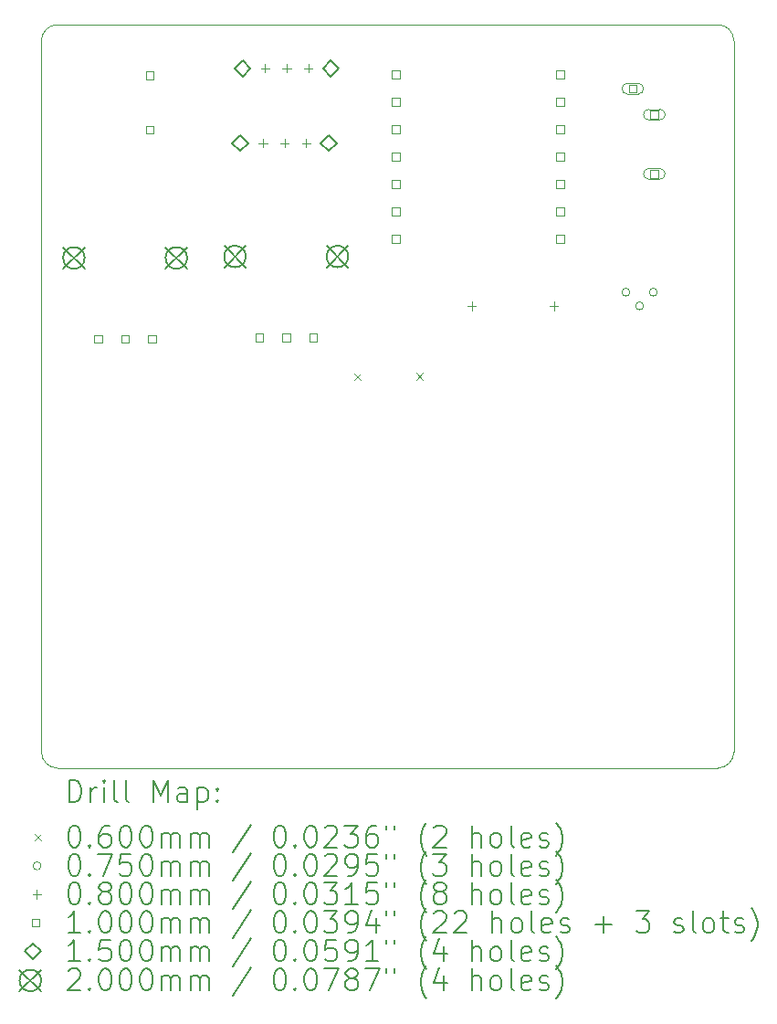
<source format=gbr>
%TF.GenerationSoftware,KiCad,Pcbnew,8.0.5*%
%TF.CreationDate,2025-07-21T17:16:51-07:00*%
%TF.ProjectId,Penguin_Paddle,50656e67-7569-46e5-9f50-6164646c652e, 4*%
%TF.SameCoordinates,Original*%
%TF.FileFunction,Drillmap*%
%TF.FilePolarity,Positive*%
%FSLAX45Y45*%
G04 Gerber Fmt 4.5, Leading zero omitted, Abs format (unit mm)*
G04 Created by KiCad (PCBNEW 8.0.5) date 2025-07-21 17:16:51*
%MOMM*%
%LPD*%
G01*
G04 APERTURE LIST*
%ADD10C,0.050000*%
%ADD11C,0.200000*%
%ADD12C,0.100000*%
%ADD13C,0.150000*%
G04 APERTURE END LIST*
D10*
X19213000Y-14827000D02*
X19213000Y-8236000D01*
X25484000Y-8086000D02*
G75*
G02*
X25634000Y-8236000I0J-150000D01*
G01*
X19363000Y-8086000D02*
X25484000Y-8086000D01*
X19213000Y-8236000D02*
G75*
G02*
X19363000Y-8086000I150000J0D01*
G01*
X19363000Y-14977000D02*
G75*
G02*
X19213000Y-14827000I0J150000D01*
G01*
X25484000Y-14977000D02*
X19363000Y-14977000D01*
X25634000Y-8236000D02*
X25634000Y-14827000D01*
X25634000Y-14827000D02*
G75*
G02*
X25484000Y-14977000I-150000J0D01*
G01*
D11*
D12*
X22111000Y-11318000D02*
X22171000Y-11378000D01*
X22171000Y-11318000D02*
X22111000Y-11378000D01*
X22687000Y-11316000D02*
X22747000Y-11376000D01*
X22747000Y-11316000D02*
X22687000Y-11376000D01*
X24670500Y-10566000D02*
G75*
G02*
X24595500Y-10566000I-37500J0D01*
G01*
X24595500Y-10566000D02*
G75*
G02*
X24670500Y-10566000I37500J0D01*
G01*
X24797500Y-10693000D02*
G75*
G02*
X24722500Y-10693000I-37500J0D01*
G01*
X24722500Y-10693000D02*
G75*
G02*
X24797500Y-10693000I37500J0D01*
G01*
X24924500Y-10566000D02*
G75*
G02*
X24849500Y-10566000I-37500J0D01*
G01*
X24849500Y-10566000D02*
G75*
G02*
X24924500Y-10566000I37500J0D01*
G01*
X21268000Y-9144000D02*
X21268000Y-9224000D01*
X21228000Y-9184000D02*
X21308000Y-9184000D01*
X21287000Y-8451000D02*
X21287000Y-8531000D01*
X21247000Y-8491000D02*
X21327000Y-8491000D01*
X21468000Y-9144000D02*
X21468000Y-9224000D01*
X21428000Y-9184000D02*
X21508000Y-9184000D01*
X21487000Y-8451000D02*
X21487000Y-8531000D01*
X21447000Y-8491000D02*
X21527000Y-8491000D01*
X21668000Y-9144000D02*
X21668000Y-9224000D01*
X21628000Y-9184000D02*
X21708000Y-9184000D01*
X21687000Y-8451000D02*
X21687000Y-8531000D01*
X21647000Y-8491000D02*
X21727000Y-8491000D01*
X23203000Y-10656000D02*
X23203000Y-10736000D01*
X23163000Y-10696000D02*
X23243000Y-10696000D01*
X23965000Y-10656000D02*
X23965000Y-10736000D01*
X23925000Y-10696000D02*
X24005000Y-10696000D01*
X19774356Y-11033856D02*
X19774356Y-10963144D01*
X19703644Y-10963144D01*
X19703644Y-11033856D01*
X19774356Y-11033856D01*
X20024356Y-11033856D02*
X20024356Y-10963144D01*
X19953644Y-10963144D01*
X19953644Y-11033856D01*
X20024356Y-11033856D01*
X20252356Y-8593356D02*
X20252356Y-8522644D01*
X20181644Y-8522644D01*
X20181644Y-8593356D01*
X20252356Y-8593356D01*
X20252356Y-9093356D02*
X20252356Y-9022644D01*
X20181644Y-9022644D01*
X20181644Y-9093356D01*
X20252356Y-9093356D01*
X20274356Y-11033856D02*
X20274356Y-10963144D01*
X20203644Y-10963144D01*
X20203644Y-11033856D01*
X20274356Y-11033856D01*
X21268356Y-11020856D02*
X21268356Y-10950144D01*
X21197644Y-10950144D01*
X21197644Y-11020856D01*
X21268356Y-11020856D01*
X21518356Y-11020856D02*
X21518356Y-10950144D01*
X21447644Y-10950144D01*
X21447644Y-11020856D01*
X21518356Y-11020856D01*
X21768356Y-11020856D02*
X21768356Y-10950144D01*
X21697644Y-10950144D01*
X21697644Y-11020856D01*
X21768356Y-11020856D01*
X22533356Y-8583356D02*
X22533356Y-8512644D01*
X22462644Y-8512644D01*
X22462644Y-8583356D01*
X22533356Y-8583356D01*
X22533356Y-8837356D02*
X22533356Y-8766644D01*
X22462644Y-8766644D01*
X22462644Y-8837356D01*
X22533356Y-8837356D01*
X22533356Y-9091356D02*
X22533356Y-9020644D01*
X22462644Y-9020644D01*
X22462644Y-9091356D01*
X22533356Y-9091356D01*
X22533356Y-9345356D02*
X22533356Y-9274644D01*
X22462644Y-9274644D01*
X22462644Y-9345356D01*
X22533356Y-9345356D01*
X22533356Y-9599356D02*
X22533356Y-9528644D01*
X22462644Y-9528644D01*
X22462644Y-9599356D01*
X22533356Y-9599356D01*
X22533356Y-9853356D02*
X22533356Y-9782644D01*
X22462644Y-9782644D01*
X22462644Y-9853356D01*
X22533356Y-9853356D01*
X22533356Y-10107356D02*
X22533356Y-10036644D01*
X22462644Y-10036644D01*
X22462644Y-10107356D01*
X22533356Y-10107356D01*
X24058356Y-8583356D02*
X24058356Y-8512644D01*
X23987644Y-8512644D01*
X23987644Y-8583356D01*
X24058356Y-8583356D01*
X24058356Y-8837356D02*
X24058356Y-8766644D01*
X23987644Y-8766644D01*
X23987644Y-8837356D01*
X24058356Y-8837356D01*
X24058356Y-9091356D02*
X24058356Y-9020644D01*
X23987644Y-9020644D01*
X23987644Y-9091356D01*
X24058356Y-9091356D01*
X24058356Y-9345356D02*
X24058356Y-9274644D01*
X23987644Y-9274644D01*
X23987644Y-9345356D01*
X24058356Y-9345356D01*
X24058356Y-9599356D02*
X24058356Y-9528644D01*
X23987644Y-9528644D01*
X23987644Y-9599356D01*
X24058356Y-9599356D01*
X24058356Y-9853356D02*
X24058356Y-9782644D01*
X23987644Y-9782644D01*
X23987644Y-9853356D01*
X24058356Y-9853356D01*
X24058356Y-10107356D02*
X24058356Y-10036644D01*
X23987644Y-10036644D01*
X23987644Y-10107356D01*
X24058356Y-10107356D01*
X24731356Y-8715356D02*
X24731356Y-8644644D01*
X24660644Y-8644644D01*
X24660644Y-8715356D01*
X24731356Y-8715356D01*
X24646000Y-8730000D02*
X24746000Y-8730000D01*
X24746000Y-8630000D02*
G75*
G02*
X24746000Y-8730000I0J-50000D01*
G01*
X24746000Y-8630000D02*
X24646000Y-8630000D01*
X24646000Y-8630000D02*
G75*
G03*
X24646000Y-8730000I0J-50000D01*
G01*
X24931356Y-8955356D02*
X24931356Y-8884644D01*
X24860644Y-8884644D01*
X24860644Y-8955356D01*
X24931356Y-8955356D01*
X24846000Y-8970000D02*
X24946000Y-8970000D01*
X24946000Y-8870000D02*
G75*
G02*
X24946000Y-8970000I0J-50000D01*
G01*
X24946000Y-8870000D02*
X24846000Y-8870000D01*
X24846000Y-8870000D02*
G75*
G03*
X24846000Y-8970000I0J-50000D01*
G01*
X24931356Y-9505356D02*
X24931356Y-9434644D01*
X24860644Y-9434644D01*
X24860644Y-9505356D01*
X24931356Y-9505356D01*
X24846000Y-9520000D02*
X24946000Y-9520000D01*
X24946000Y-9420000D02*
G75*
G02*
X24946000Y-9520000I0J-50000D01*
G01*
X24946000Y-9420000D02*
X24846000Y-9420000D01*
X24846000Y-9420000D02*
G75*
G03*
X24846000Y-9520000I0J-50000D01*
G01*
D13*
X21058000Y-9259000D02*
X21133000Y-9184000D01*
X21058000Y-9109000D01*
X20983000Y-9184000D01*
X21058000Y-9259000D01*
X21077000Y-8566000D02*
X21152000Y-8491000D01*
X21077000Y-8416000D01*
X21002000Y-8491000D01*
X21077000Y-8566000D01*
X21878000Y-9259000D02*
X21953000Y-9184000D01*
X21878000Y-9109000D01*
X21803000Y-9184000D01*
X21878000Y-9259000D01*
X21897000Y-8566000D02*
X21972000Y-8491000D01*
X21897000Y-8416000D01*
X21822000Y-8491000D01*
X21897000Y-8566000D01*
D11*
X19414000Y-10148500D02*
X19614000Y-10348500D01*
X19614000Y-10148500D02*
X19414000Y-10348500D01*
X19614000Y-10248500D02*
G75*
G02*
X19414000Y-10248500I-100000J0D01*
G01*
X19414000Y-10248500D02*
G75*
G02*
X19614000Y-10248500I100000J0D01*
G01*
X20364000Y-10148500D02*
X20564000Y-10348500D01*
X20564000Y-10148500D02*
X20364000Y-10348500D01*
X20564000Y-10248500D02*
G75*
G02*
X20364000Y-10248500I-100000J0D01*
G01*
X20364000Y-10248500D02*
G75*
G02*
X20564000Y-10248500I100000J0D01*
G01*
X20908000Y-10135500D02*
X21108000Y-10335500D01*
X21108000Y-10135500D02*
X20908000Y-10335500D01*
X21108000Y-10235500D02*
G75*
G02*
X20908000Y-10235500I-100000J0D01*
G01*
X20908000Y-10235500D02*
G75*
G02*
X21108000Y-10235500I100000J0D01*
G01*
X21858000Y-10135500D02*
X22058000Y-10335500D01*
X22058000Y-10135500D02*
X21858000Y-10335500D01*
X22058000Y-10235500D02*
G75*
G02*
X21858000Y-10235500I-100000J0D01*
G01*
X21858000Y-10235500D02*
G75*
G02*
X22058000Y-10235500I100000J0D01*
G01*
X19471277Y-15290984D02*
X19471277Y-15090984D01*
X19471277Y-15090984D02*
X19518896Y-15090984D01*
X19518896Y-15090984D02*
X19547467Y-15100508D01*
X19547467Y-15100508D02*
X19566515Y-15119555D01*
X19566515Y-15119555D02*
X19576039Y-15138603D01*
X19576039Y-15138603D02*
X19585563Y-15176698D01*
X19585563Y-15176698D02*
X19585563Y-15205269D01*
X19585563Y-15205269D02*
X19576039Y-15243365D01*
X19576039Y-15243365D02*
X19566515Y-15262412D01*
X19566515Y-15262412D02*
X19547467Y-15281460D01*
X19547467Y-15281460D02*
X19518896Y-15290984D01*
X19518896Y-15290984D02*
X19471277Y-15290984D01*
X19671277Y-15290984D02*
X19671277Y-15157650D01*
X19671277Y-15195746D02*
X19680801Y-15176698D01*
X19680801Y-15176698D02*
X19690324Y-15167174D01*
X19690324Y-15167174D02*
X19709372Y-15157650D01*
X19709372Y-15157650D02*
X19728420Y-15157650D01*
X19795086Y-15290984D02*
X19795086Y-15157650D01*
X19795086Y-15090984D02*
X19785563Y-15100508D01*
X19785563Y-15100508D02*
X19795086Y-15110031D01*
X19795086Y-15110031D02*
X19804610Y-15100508D01*
X19804610Y-15100508D02*
X19795086Y-15090984D01*
X19795086Y-15090984D02*
X19795086Y-15110031D01*
X19918896Y-15290984D02*
X19899848Y-15281460D01*
X19899848Y-15281460D02*
X19890324Y-15262412D01*
X19890324Y-15262412D02*
X19890324Y-15090984D01*
X20023658Y-15290984D02*
X20004610Y-15281460D01*
X20004610Y-15281460D02*
X19995086Y-15262412D01*
X19995086Y-15262412D02*
X19995086Y-15090984D01*
X20252229Y-15290984D02*
X20252229Y-15090984D01*
X20252229Y-15090984D02*
X20318896Y-15233841D01*
X20318896Y-15233841D02*
X20385563Y-15090984D01*
X20385563Y-15090984D02*
X20385563Y-15290984D01*
X20566515Y-15290984D02*
X20566515Y-15186222D01*
X20566515Y-15186222D02*
X20556991Y-15167174D01*
X20556991Y-15167174D02*
X20537944Y-15157650D01*
X20537944Y-15157650D02*
X20499848Y-15157650D01*
X20499848Y-15157650D02*
X20480801Y-15167174D01*
X20566515Y-15281460D02*
X20547467Y-15290984D01*
X20547467Y-15290984D02*
X20499848Y-15290984D01*
X20499848Y-15290984D02*
X20480801Y-15281460D01*
X20480801Y-15281460D02*
X20471277Y-15262412D01*
X20471277Y-15262412D02*
X20471277Y-15243365D01*
X20471277Y-15243365D02*
X20480801Y-15224317D01*
X20480801Y-15224317D02*
X20499848Y-15214793D01*
X20499848Y-15214793D02*
X20547467Y-15214793D01*
X20547467Y-15214793D02*
X20566515Y-15205269D01*
X20661753Y-15157650D02*
X20661753Y-15357650D01*
X20661753Y-15167174D02*
X20680801Y-15157650D01*
X20680801Y-15157650D02*
X20718896Y-15157650D01*
X20718896Y-15157650D02*
X20737944Y-15167174D01*
X20737944Y-15167174D02*
X20747467Y-15176698D01*
X20747467Y-15176698D02*
X20756991Y-15195746D01*
X20756991Y-15195746D02*
X20756991Y-15252888D01*
X20756991Y-15252888D02*
X20747467Y-15271936D01*
X20747467Y-15271936D02*
X20737944Y-15281460D01*
X20737944Y-15281460D02*
X20718896Y-15290984D01*
X20718896Y-15290984D02*
X20680801Y-15290984D01*
X20680801Y-15290984D02*
X20661753Y-15281460D01*
X20842705Y-15271936D02*
X20852229Y-15281460D01*
X20852229Y-15281460D02*
X20842705Y-15290984D01*
X20842705Y-15290984D02*
X20833182Y-15281460D01*
X20833182Y-15281460D02*
X20842705Y-15271936D01*
X20842705Y-15271936D02*
X20842705Y-15290984D01*
X20842705Y-15167174D02*
X20852229Y-15176698D01*
X20852229Y-15176698D02*
X20842705Y-15186222D01*
X20842705Y-15186222D02*
X20833182Y-15176698D01*
X20833182Y-15176698D02*
X20842705Y-15167174D01*
X20842705Y-15167174D02*
X20842705Y-15186222D01*
D12*
X19150500Y-15589500D02*
X19210500Y-15649500D01*
X19210500Y-15589500D02*
X19150500Y-15649500D01*
D11*
X19509372Y-15510984D02*
X19528420Y-15510984D01*
X19528420Y-15510984D02*
X19547467Y-15520508D01*
X19547467Y-15520508D02*
X19556991Y-15530031D01*
X19556991Y-15530031D02*
X19566515Y-15549079D01*
X19566515Y-15549079D02*
X19576039Y-15587174D01*
X19576039Y-15587174D02*
X19576039Y-15634793D01*
X19576039Y-15634793D02*
X19566515Y-15672888D01*
X19566515Y-15672888D02*
X19556991Y-15691936D01*
X19556991Y-15691936D02*
X19547467Y-15701460D01*
X19547467Y-15701460D02*
X19528420Y-15710984D01*
X19528420Y-15710984D02*
X19509372Y-15710984D01*
X19509372Y-15710984D02*
X19490324Y-15701460D01*
X19490324Y-15701460D02*
X19480801Y-15691936D01*
X19480801Y-15691936D02*
X19471277Y-15672888D01*
X19471277Y-15672888D02*
X19461753Y-15634793D01*
X19461753Y-15634793D02*
X19461753Y-15587174D01*
X19461753Y-15587174D02*
X19471277Y-15549079D01*
X19471277Y-15549079D02*
X19480801Y-15530031D01*
X19480801Y-15530031D02*
X19490324Y-15520508D01*
X19490324Y-15520508D02*
X19509372Y-15510984D01*
X19661753Y-15691936D02*
X19671277Y-15701460D01*
X19671277Y-15701460D02*
X19661753Y-15710984D01*
X19661753Y-15710984D02*
X19652229Y-15701460D01*
X19652229Y-15701460D02*
X19661753Y-15691936D01*
X19661753Y-15691936D02*
X19661753Y-15710984D01*
X19842705Y-15510984D02*
X19804610Y-15510984D01*
X19804610Y-15510984D02*
X19785563Y-15520508D01*
X19785563Y-15520508D02*
X19776039Y-15530031D01*
X19776039Y-15530031D02*
X19756991Y-15558603D01*
X19756991Y-15558603D02*
X19747467Y-15596698D01*
X19747467Y-15596698D02*
X19747467Y-15672888D01*
X19747467Y-15672888D02*
X19756991Y-15691936D01*
X19756991Y-15691936D02*
X19766515Y-15701460D01*
X19766515Y-15701460D02*
X19785563Y-15710984D01*
X19785563Y-15710984D02*
X19823658Y-15710984D01*
X19823658Y-15710984D02*
X19842705Y-15701460D01*
X19842705Y-15701460D02*
X19852229Y-15691936D01*
X19852229Y-15691936D02*
X19861753Y-15672888D01*
X19861753Y-15672888D02*
X19861753Y-15625269D01*
X19861753Y-15625269D02*
X19852229Y-15606222D01*
X19852229Y-15606222D02*
X19842705Y-15596698D01*
X19842705Y-15596698D02*
X19823658Y-15587174D01*
X19823658Y-15587174D02*
X19785563Y-15587174D01*
X19785563Y-15587174D02*
X19766515Y-15596698D01*
X19766515Y-15596698D02*
X19756991Y-15606222D01*
X19756991Y-15606222D02*
X19747467Y-15625269D01*
X19985563Y-15510984D02*
X20004610Y-15510984D01*
X20004610Y-15510984D02*
X20023658Y-15520508D01*
X20023658Y-15520508D02*
X20033182Y-15530031D01*
X20033182Y-15530031D02*
X20042705Y-15549079D01*
X20042705Y-15549079D02*
X20052229Y-15587174D01*
X20052229Y-15587174D02*
X20052229Y-15634793D01*
X20052229Y-15634793D02*
X20042705Y-15672888D01*
X20042705Y-15672888D02*
X20033182Y-15691936D01*
X20033182Y-15691936D02*
X20023658Y-15701460D01*
X20023658Y-15701460D02*
X20004610Y-15710984D01*
X20004610Y-15710984D02*
X19985563Y-15710984D01*
X19985563Y-15710984D02*
X19966515Y-15701460D01*
X19966515Y-15701460D02*
X19956991Y-15691936D01*
X19956991Y-15691936D02*
X19947467Y-15672888D01*
X19947467Y-15672888D02*
X19937944Y-15634793D01*
X19937944Y-15634793D02*
X19937944Y-15587174D01*
X19937944Y-15587174D02*
X19947467Y-15549079D01*
X19947467Y-15549079D02*
X19956991Y-15530031D01*
X19956991Y-15530031D02*
X19966515Y-15520508D01*
X19966515Y-15520508D02*
X19985563Y-15510984D01*
X20176039Y-15510984D02*
X20195086Y-15510984D01*
X20195086Y-15510984D02*
X20214134Y-15520508D01*
X20214134Y-15520508D02*
X20223658Y-15530031D01*
X20223658Y-15530031D02*
X20233182Y-15549079D01*
X20233182Y-15549079D02*
X20242705Y-15587174D01*
X20242705Y-15587174D02*
X20242705Y-15634793D01*
X20242705Y-15634793D02*
X20233182Y-15672888D01*
X20233182Y-15672888D02*
X20223658Y-15691936D01*
X20223658Y-15691936D02*
X20214134Y-15701460D01*
X20214134Y-15701460D02*
X20195086Y-15710984D01*
X20195086Y-15710984D02*
X20176039Y-15710984D01*
X20176039Y-15710984D02*
X20156991Y-15701460D01*
X20156991Y-15701460D02*
X20147467Y-15691936D01*
X20147467Y-15691936D02*
X20137944Y-15672888D01*
X20137944Y-15672888D02*
X20128420Y-15634793D01*
X20128420Y-15634793D02*
X20128420Y-15587174D01*
X20128420Y-15587174D02*
X20137944Y-15549079D01*
X20137944Y-15549079D02*
X20147467Y-15530031D01*
X20147467Y-15530031D02*
X20156991Y-15520508D01*
X20156991Y-15520508D02*
X20176039Y-15510984D01*
X20328420Y-15710984D02*
X20328420Y-15577650D01*
X20328420Y-15596698D02*
X20337944Y-15587174D01*
X20337944Y-15587174D02*
X20356991Y-15577650D01*
X20356991Y-15577650D02*
X20385563Y-15577650D01*
X20385563Y-15577650D02*
X20404610Y-15587174D01*
X20404610Y-15587174D02*
X20414134Y-15606222D01*
X20414134Y-15606222D02*
X20414134Y-15710984D01*
X20414134Y-15606222D02*
X20423658Y-15587174D01*
X20423658Y-15587174D02*
X20442705Y-15577650D01*
X20442705Y-15577650D02*
X20471277Y-15577650D01*
X20471277Y-15577650D02*
X20490325Y-15587174D01*
X20490325Y-15587174D02*
X20499848Y-15606222D01*
X20499848Y-15606222D02*
X20499848Y-15710984D01*
X20595086Y-15710984D02*
X20595086Y-15577650D01*
X20595086Y-15596698D02*
X20604610Y-15587174D01*
X20604610Y-15587174D02*
X20623658Y-15577650D01*
X20623658Y-15577650D02*
X20652229Y-15577650D01*
X20652229Y-15577650D02*
X20671277Y-15587174D01*
X20671277Y-15587174D02*
X20680801Y-15606222D01*
X20680801Y-15606222D02*
X20680801Y-15710984D01*
X20680801Y-15606222D02*
X20690325Y-15587174D01*
X20690325Y-15587174D02*
X20709372Y-15577650D01*
X20709372Y-15577650D02*
X20737944Y-15577650D01*
X20737944Y-15577650D02*
X20756991Y-15587174D01*
X20756991Y-15587174D02*
X20766515Y-15606222D01*
X20766515Y-15606222D02*
X20766515Y-15710984D01*
X21156991Y-15501460D02*
X20985563Y-15758603D01*
X21414134Y-15510984D02*
X21433182Y-15510984D01*
X21433182Y-15510984D02*
X21452229Y-15520508D01*
X21452229Y-15520508D02*
X21461753Y-15530031D01*
X21461753Y-15530031D02*
X21471277Y-15549079D01*
X21471277Y-15549079D02*
X21480801Y-15587174D01*
X21480801Y-15587174D02*
X21480801Y-15634793D01*
X21480801Y-15634793D02*
X21471277Y-15672888D01*
X21471277Y-15672888D02*
X21461753Y-15691936D01*
X21461753Y-15691936D02*
X21452229Y-15701460D01*
X21452229Y-15701460D02*
X21433182Y-15710984D01*
X21433182Y-15710984D02*
X21414134Y-15710984D01*
X21414134Y-15710984D02*
X21395087Y-15701460D01*
X21395087Y-15701460D02*
X21385563Y-15691936D01*
X21385563Y-15691936D02*
X21376039Y-15672888D01*
X21376039Y-15672888D02*
X21366515Y-15634793D01*
X21366515Y-15634793D02*
X21366515Y-15587174D01*
X21366515Y-15587174D02*
X21376039Y-15549079D01*
X21376039Y-15549079D02*
X21385563Y-15530031D01*
X21385563Y-15530031D02*
X21395087Y-15520508D01*
X21395087Y-15520508D02*
X21414134Y-15510984D01*
X21566515Y-15691936D02*
X21576039Y-15701460D01*
X21576039Y-15701460D02*
X21566515Y-15710984D01*
X21566515Y-15710984D02*
X21556991Y-15701460D01*
X21556991Y-15701460D02*
X21566515Y-15691936D01*
X21566515Y-15691936D02*
X21566515Y-15710984D01*
X21699848Y-15510984D02*
X21718896Y-15510984D01*
X21718896Y-15510984D02*
X21737944Y-15520508D01*
X21737944Y-15520508D02*
X21747468Y-15530031D01*
X21747468Y-15530031D02*
X21756991Y-15549079D01*
X21756991Y-15549079D02*
X21766515Y-15587174D01*
X21766515Y-15587174D02*
X21766515Y-15634793D01*
X21766515Y-15634793D02*
X21756991Y-15672888D01*
X21756991Y-15672888D02*
X21747468Y-15691936D01*
X21747468Y-15691936D02*
X21737944Y-15701460D01*
X21737944Y-15701460D02*
X21718896Y-15710984D01*
X21718896Y-15710984D02*
X21699848Y-15710984D01*
X21699848Y-15710984D02*
X21680801Y-15701460D01*
X21680801Y-15701460D02*
X21671277Y-15691936D01*
X21671277Y-15691936D02*
X21661753Y-15672888D01*
X21661753Y-15672888D02*
X21652229Y-15634793D01*
X21652229Y-15634793D02*
X21652229Y-15587174D01*
X21652229Y-15587174D02*
X21661753Y-15549079D01*
X21661753Y-15549079D02*
X21671277Y-15530031D01*
X21671277Y-15530031D02*
X21680801Y-15520508D01*
X21680801Y-15520508D02*
X21699848Y-15510984D01*
X21842706Y-15530031D02*
X21852229Y-15520508D01*
X21852229Y-15520508D02*
X21871277Y-15510984D01*
X21871277Y-15510984D02*
X21918896Y-15510984D01*
X21918896Y-15510984D02*
X21937944Y-15520508D01*
X21937944Y-15520508D02*
X21947468Y-15530031D01*
X21947468Y-15530031D02*
X21956991Y-15549079D01*
X21956991Y-15549079D02*
X21956991Y-15568127D01*
X21956991Y-15568127D02*
X21947468Y-15596698D01*
X21947468Y-15596698D02*
X21833182Y-15710984D01*
X21833182Y-15710984D02*
X21956991Y-15710984D01*
X22023658Y-15510984D02*
X22147468Y-15510984D01*
X22147468Y-15510984D02*
X22080801Y-15587174D01*
X22080801Y-15587174D02*
X22109372Y-15587174D01*
X22109372Y-15587174D02*
X22128420Y-15596698D01*
X22128420Y-15596698D02*
X22137944Y-15606222D01*
X22137944Y-15606222D02*
X22147468Y-15625269D01*
X22147468Y-15625269D02*
X22147468Y-15672888D01*
X22147468Y-15672888D02*
X22137944Y-15691936D01*
X22137944Y-15691936D02*
X22128420Y-15701460D01*
X22128420Y-15701460D02*
X22109372Y-15710984D01*
X22109372Y-15710984D02*
X22052229Y-15710984D01*
X22052229Y-15710984D02*
X22033182Y-15701460D01*
X22033182Y-15701460D02*
X22023658Y-15691936D01*
X22318896Y-15510984D02*
X22280801Y-15510984D01*
X22280801Y-15510984D02*
X22261753Y-15520508D01*
X22261753Y-15520508D02*
X22252229Y-15530031D01*
X22252229Y-15530031D02*
X22233182Y-15558603D01*
X22233182Y-15558603D02*
X22223658Y-15596698D01*
X22223658Y-15596698D02*
X22223658Y-15672888D01*
X22223658Y-15672888D02*
X22233182Y-15691936D01*
X22233182Y-15691936D02*
X22242706Y-15701460D01*
X22242706Y-15701460D02*
X22261753Y-15710984D01*
X22261753Y-15710984D02*
X22299849Y-15710984D01*
X22299849Y-15710984D02*
X22318896Y-15701460D01*
X22318896Y-15701460D02*
X22328420Y-15691936D01*
X22328420Y-15691936D02*
X22337944Y-15672888D01*
X22337944Y-15672888D02*
X22337944Y-15625269D01*
X22337944Y-15625269D02*
X22328420Y-15606222D01*
X22328420Y-15606222D02*
X22318896Y-15596698D01*
X22318896Y-15596698D02*
X22299849Y-15587174D01*
X22299849Y-15587174D02*
X22261753Y-15587174D01*
X22261753Y-15587174D02*
X22242706Y-15596698D01*
X22242706Y-15596698D02*
X22233182Y-15606222D01*
X22233182Y-15606222D02*
X22223658Y-15625269D01*
X22414134Y-15510984D02*
X22414134Y-15549079D01*
X22490325Y-15510984D02*
X22490325Y-15549079D01*
X22785563Y-15787174D02*
X22776039Y-15777650D01*
X22776039Y-15777650D02*
X22756991Y-15749079D01*
X22756991Y-15749079D02*
X22747468Y-15730031D01*
X22747468Y-15730031D02*
X22737944Y-15701460D01*
X22737944Y-15701460D02*
X22728420Y-15653841D01*
X22728420Y-15653841D02*
X22728420Y-15615746D01*
X22728420Y-15615746D02*
X22737944Y-15568127D01*
X22737944Y-15568127D02*
X22747468Y-15539555D01*
X22747468Y-15539555D02*
X22756991Y-15520508D01*
X22756991Y-15520508D02*
X22776039Y-15491936D01*
X22776039Y-15491936D02*
X22785563Y-15482412D01*
X22852229Y-15530031D02*
X22861753Y-15520508D01*
X22861753Y-15520508D02*
X22880801Y-15510984D01*
X22880801Y-15510984D02*
X22928420Y-15510984D01*
X22928420Y-15510984D02*
X22947468Y-15520508D01*
X22947468Y-15520508D02*
X22956991Y-15530031D01*
X22956991Y-15530031D02*
X22966515Y-15549079D01*
X22966515Y-15549079D02*
X22966515Y-15568127D01*
X22966515Y-15568127D02*
X22956991Y-15596698D01*
X22956991Y-15596698D02*
X22842706Y-15710984D01*
X22842706Y-15710984D02*
X22966515Y-15710984D01*
X23204610Y-15710984D02*
X23204610Y-15510984D01*
X23290325Y-15710984D02*
X23290325Y-15606222D01*
X23290325Y-15606222D02*
X23280801Y-15587174D01*
X23280801Y-15587174D02*
X23261753Y-15577650D01*
X23261753Y-15577650D02*
X23233182Y-15577650D01*
X23233182Y-15577650D02*
X23214134Y-15587174D01*
X23214134Y-15587174D02*
X23204610Y-15596698D01*
X23414134Y-15710984D02*
X23395087Y-15701460D01*
X23395087Y-15701460D02*
X23385563Y-15691936D01*
X23385563Y-15691936D02*
X23376039Y-15672888D01*
X23376039Y-15672888D02*
X23376039Y-15615746D01*
X23376039Y-15615746D02*
X23385563Y-15596698D01*
X23385563Y-15596698D02*
X23395087Y-15587174D01*
X23395087Y-15587174D02*
X23414134Y-15577650D01*
X23414134Y-15577650D02*
X23442706Y-15577650D01*
X23442706Y-15577650D02*
X23461753Y-15587174D01*
X23461753Y-15587174D02*
X23471277Y-15596698D01*
X23471277Y-15596698D02*
X23480801Y-15615746D01*
X23480801Y-15615746D02*
X23480801Y-15672888D01*
X23480801Y-15672888D02*
X23471277Y-15691936D01*
X23471277Y-15691936D02*
X23461753Y-15701460D01*
X23461753Y-15701460D02*
X23442706Y-15710984D01*
X23442706Y-15710984D02*
X23414134Y-15710984D01*
X23595087Y-15710984D02*
X23576039Y-15701460D01*
X23576039Y-15701460D02*
X23566515Y-15682412D01*
X23566515Y-15682412D02*
X23566515Y-15510984D01*
X23747468Y-15701460D02*
X23728420Y-15710984D01*
X23728420Y-15710984D02*
X23690325Y-15710984D01*
X23690325Y-15710984D02*
X23671277Y-15701460D01*
X23671277Y-15701460D02*
X23661753Y-15682412D01*
X23661753Y-15682412D02*
X23661753Y-15606222D01*
X23661753Y-15606222D02*
X23671277Y-15587174D01*
X23671277Y-15587174D02*
X23690325Y-15577650D01*
X23690325Y-15577650D02*
X23728420Y-15577650D01*
X23728420Y-15577650D02*
X23747468Y-15587174D01*
X23747468Y-15587174D02*
X23756991Y-15606222D01*
X23756991Y-15606222D02*
X23756991Y-15625269D01*
X23756991Y-15625269D02*
X23661753Y-15644317D01*
X23833182Y-15701460D02*
X23852230Y-15710984D01*
X23852230Y-15710984D02*
X23890325Y-15710984D01*
X23890325Y-15710984D02*
X23909372Y-15701460D01*
X23909372Y-15701460D02*
X23918896Y-15682412D01*
X23918896Y-15682412D02*
X23918896Y-15672888D01*
X23918896Y-15672888D02*
X23909372Y-15653841D01*
X23909372Y-15653841D02*
X23890325Y-15644317D01*
X23890325Y-15644317D02*
X23861753Y-15644317D01*
X23861753Y-15644317D02*
X23842706Y-15634793D01*
X23842706Y-15634793D02*
X23833182Y-15615746D01*
X23833182Y-15615746D02*
X23833182Y-15606222D01*
X23833182Y-15606222D02*
X23842706Y-15587174D01*
X23842706Y-15587174D02*
X23861753Y-15577650D01*
X23861753Y-15577650D02*
X23890325Y-15577650D01*
X23890325Y-15577650D02*
X23909372Y-15587174D01*
X23985563Y-15787174D02*
X23995087Y-15777650D01*
X23995087Y-15777650D02*
X24014134Y-15749079D01*
X24014134Y-15749079D02*
X24023658Y-15730031D01*
X24023658Y-15730031D02*
X24033182Y-15701460D01*
X24033182Y-15701460D02*
X24042706Y-15653841D01*
X24042706Y-15653841D02*
X24042706Y-15615746D01*
X24042706Y-15615746D02*
X24033182Y-15568127D01*
X24033182Y-15568127D02*
X24023658Y-15539555D01*
X24023658Y-15539555D02*
X24014134Y-15520508D01*
X24014134Y-15520508D02*
X23995087Y-15491936D01*
X23995087Y-15491936D02*
X23985563Y-15482412D01*
D12*
X19210500Y-15883500D02*
G75*
G02*
X19135500Y-15883500I-37500J0D01*
G01*
X19135500Y-15883500D02*
G75*
G02*
X19210500Y-15883500I37500J0D01*
G01*
D11*
X19509372Y-15774984D02*
X19528420Y-15774984D01*
X19528420Y-15774984D02*
X19547467Y-15784508D01*
X19547467Y-15784508D02*
X19556991Y-15794031D01*
X19556991Y-15794031D02*
X19566515Y-15813079D01*
X19566515Y-15813079D02*
X19576039Y-15851174D01*
X19576039Y-15851174D02*
X19576039Y-15898793D01*
X19576039Y-15898793D02*
X19566515Y-15936888D01*
X19566515Y-15936888D02*
X19556991Y-15955936D01*
X19556991Y-15955936D02*
X19547467Y-15965460D01*
X19547467Y-15965460D02*
X19528420Y-15974984D01*
X19528420Y-15974984D02*
X19509372Y-15974984D01*
X19509372Y-15974984D02*
X19490324Y-15965460D01*
X19490324Y-15965460D02*
X19480801Y-15955936D01*
X19480801Y-15955936D02*
X19471277Y-15936888D01*
X19471277Y-15936888D02*
X19461753Y-15898793D01*
X19461753Y-15898793D02*
X19461753Y-15851174D01*
X19461753Y-15851174D02*
X19471277Y-15813079D01*
X19471277Y-15813079D02*
X19480801Y-15794031D01*
X19480801Y-15794031D02*
X19490324Y-15784508D01*
X19490324Y-15784508D02*
X19509372Y-15774984D01*
X19661753Y-15955936D02*
X19671277Y-15965460D01*
X19671277Y-15965460D02*
X19661753Y-15974984D01*
X19661753Y-15974984D02*
X19652229Y-15965460D01*
X19652229Y-15965460D02*
X19661753Y-15955936D01*
X19661753Y-15955936D02*
X19661753Y-15974984D01*
X19737944Y-15774984D02*
X19871277Y-15774984D01*
X19871277Y-15774984D02*
X19785563Y-15974984D01*
X20042705Y-15774984D02*
X19947467Y-15774984D01*
X19947467Y-15774984D02*
X19937944Y-15870222D01*
X19937944Y-15870222D02*
X19947467Y-15860698D01*
X19947467Y-15860698D02*
X19966515Y-15851174D01*
X19966515Y-15851174D02*
X20014134Y-15851174D01*
X20014134Y-15851174D02*
X20033182Y-15860698D01*
X20033182Y-15860698D02*
X20042705Y-15870222D01*
X20042705Y-15870222D02*
X20052229Y-15889269D01*
X20052229Y-15889269D02*
X20052229Y-15936888D01*
X20052229Y-15936888D02*
X20042705Y-15955936D01*
X20042705Y-15955936D02*
X20033182Y-15965460D01*
X20033182Y-15965460D02*
X20014134Y-15974984D01*
X20014134Y-15974984D02*
X19966515Y-15974984D01*
X19966515Y-15974984D02*
X19947467Y-15965460D01*
X19947467Y-15965460D02*
X19937944Y-15955936D01*
X20176039Y-15774984D02*
X20195086Y-15774984D01*
X20195086Y-15774984D02*
X20214134Y-15784508D01*
X20214134Y-15784508D02*
X20223658Y-15794031D01*
X20223658Y-15794031D02*
X20233182Y-15813079D01*
X20233182Y-15813079D02*
X20242705Y-15851174D01*
X20242705Y-15851174D02*
X20242705Y-15898793D01*
X20242705Y-15898793D02*
X20233182Y-15936888D01*
X20233182Y-15936888D02*
X20223658Y-15955936D01*
X20223658Y-15955936D02*
X20214134Y-15965460D01*
X20214134Y-15965460D02*
X20195086Y-15974984D01*
X20195086Y-15974984D02*
X20176039Y-15974984D01*
X20176039Y-15974984D02*
X20156991Y-15965460D01*
X20156991Y-15965460D02*
X20147467Y-15955936D01*
X20147467Y-15955936D02*
X20137944Y-15936888D01*
X20137944Y-15936888D02*
X20128420Y-15898793D01*
X20128420Y-15898793D02*
X20128420Y-15851174D01*
X20128420Y-15851174D02*
X20137944Y-15813079D01*
X20137944Y-15813079D02*
X20147467Y-15794031D01*
X20147467Y-15794031D02*
X20156991Y-15784508D01*
X20156991Y-15784508D02*
X20176039Y-15774984D01*
X20328420Y-15974984D02*
X20328420Y-15841650D01*
X20328420Y-15860698D02*
X20337944Y-15851174D01*
X20337944Y-15851174D02*
X20356991Y-15841650D01*
X20356991Y-15841650D02*
X20385563Y-15841650D01*
X20385563Y-15841650D02*
X20404610Y-15851174D01*
X20404610Y-15851174D02*
X20414134Y-15870222D01*
X20414134Y-15870222D02*
X20414134Y-15974984D01*
X20414134Y-15870222D02*
X20423658Y-15851174D01*
X20423658Y-15851174D02*
X20442705Y-15841650D01*
X20442705Y-15841650D02*
X20471277Y-15841650D01*
X20471277Y-15841650D02*
X20490325Y-15851174D01*
X20490325Y-15851174D02*
X20499848Y-15870222D01*
X20499848Y-15870222D02*
X20499848Y-15974984D01*
X20595086Y-15974984D02*
X20595086Y-15841650D01*
X20595086Y-15860698D02*
X20604610Y-15851174D01*
X20604610Y-15851174D02*
X20623658Y-15841650D01*
X20623658Y-15841650D02*
X20652229Y-15841650D01*
X20652229Y-15841650D02*
X20671277Y-15851174D01*
X20671277Y-15851174D02*
X20680801Y-15870222D01*
X20680801Y-15870222D02*
X20680801Y-15974984D01*
X20680801Y-15870222D02*
X20690325Y-15851174D01*
X20690325Y-15851174D02*
X20709372Y-15841650D01*
X20709372Y-15841650D02*
X20737944Y-15841650D01*
X20737944Y-15841650D02*
X20756991Y-15851174D01*
X20756991Y-15851174D02*
X20766515Y-15870222D01*
X20766515Y-15870222D02*
X20766515Y-15974984D01*
X21156991Y-15765460D02*
X20985563Y-16022603D01*
X21414134Y-15774984D02*
X21433182Y-15774984D01*
X21433182Y-15774984D02*
X21452229Y-15784508D01*
X21452229Y-15784508D02*
X21461753Y-15794031D01*
X21461753Y-15794031D02*
X21471277Y-15813079D01*
X21471277Y-15813079D02*
X21480801Y-15851174D01*
X21480801Y-15851174D02*
X21480801Y-15898793D01*
X21480801Y-15898793D02*
X21471277Y-15936888D01*
X21471277Y-15936888D02*
X21461753Y-15955936D01*
X21461753Y-15955936D02*
X21452229Y-15965460D01*
X21452229Y-15965460D02*
X21433182Y-15974984D01*
X21433182Y-15974984D02*
X21414134Y-15974984D01*
X21414134Y-15974984D02*
X21395087Y-15965460D01*
X21395087Y-15965460D02*
X21385563Y-15955936D01*
X21385563Y-15955936D02*
X21376039Y-15936888D01*
X21376039Y-15936888D02*
X21366515Y-15898793D01*
X21366515Y-15898793D02*
X21366515Y-15851174D01*
X21366515Y-15851174D02*
X21376039Y-15813079D01*
X21376039Y-15813079D02*
X21385563Y-15794031D01*
X21385563Y-15794031D02*
X21395087Y-15784508D01*
X21395087Y-15784508D02*
X21414134Y-15774984D01*
X21566515Y-15955936D02*
X21576039Y-15965460D01*
X21576039Y-15965460D02*
X21566515Y-15974984D01*
X21566515Y-15974984D02*
X21556991Y-15965460D01*
X21556991Y-15965460D02*
X21566515Y-15955936D01*
X21566515Y-15955936D02*
X21566515Y-15974984D01*
X21699848Y-15774984D02*
X21718896Y-15774984D01*
X21718896Y-15774984D02*
X21737944Y-15784508D01*
X21737944Y-15784508D02*
X21747468Y-15794031D01*
X21747468Y-15794031D02*
X21756991Y-15813079D01*
X21756991Y-15813079D02*
X21766515Y-15851174D01*
X21766515Y-15851174D02*
X21766515Y-15898793D01*
X21766515Y-15898793D02*
X21756991Y-15936888D01*
X21756991Y-15936888D02*
X21747468Y-15955936D01*
X21747468Y-15955936D02*
X21737944Y-15965460D01*
X21737944Y-15965460D02*
X21718896Y-15974984D01*
X21718896Y-15974984D02*
X21699848Y-15974984D01*
X21699848Y-15974984D02*
X21680801Y-15965460D01*
X21680801Y-15965460D02*
X21671277Y-15955936D01*
X21671277Y-15955936D02*
X21661753Y-15936888D01*
X21661753Y-15936888D02*
X21652229Y-15898793D01*
X21652229Y-15898793D02*
X21652229Y-15851174D01*
X21652229Y-15851174D02*
X21661753Y-15813079D01*
X21661753Y-15813079D02*
X21671277Y-15794031D01*
X21671277Y-15794031D02*
X21680801Y-15784508D01*
X21680801Y-15784508D02*
X21699848Y-15774984D01*
X21842706Y-15794031D02*
X21852229Y-15784508D01*
X21852229Y-15784508D02*
X21871277Y-15774984D01*
X21871277Y-15774984D02*
X21918896Y-15774984D01*
X21918896Y-15774984D02*
X21937944Y-15784508D01*
X21937944Y-15784508D02*
X21947468Y-15794031D01*
X21947468Y-15794031D02*
X21956991Y-15813079D01*
X21956991Y-15813079D02*
X21956991Y-15832127D01*
X21956991Y-15832127D02*
X21947468Y-15860698D01*
X21947468Y-15860698D02*
X21833182Y-15974984D01*
X21833182Y-15974984D02*
X21956991Y-15974984D01*
X22052229Y-15974984D02*
X22090325Y-15974984D01*
X22090325Y-15974984D02*
X22109372Y-15965460D01*
X22109372Y-15965460D02*
X22118896Y-15955936D01*
X22118896Y-15955936D02*
X22137944Y-15927365D01*
X22137944Y-15927365D02*
X22147468Y-15889269D01*
X22147468Y-15889269D02*
X22147468Y-15813079D01*
X22147468Y-15813079D02*
X22137944Y-15794031D01*
X22137944Y-15794031D02*
X22128420Y-15784508D01*
X22128420Y-15784508D02*
X22109372Y-15774984D01*
X22109372Y-15774984D02*
X22071277Y-15774984D01*
X22071277Y-15774984D02*
X22052229Y-15784508D01*
X22052229Y-15784508D02*
X22042706Y-15794031D01*
X22042706Y-15794031D02*
X22033182Y-15813079D01*
X22033182Y-15813079D02*
X22033182Y-15860698D01*
X22033182Y-15860698D02*
X22042706Y-15879746D01*
X22042706Y-15879746D02*
X22052229Y-15889269D01*
X22052229Y-15889269D02*
X22071277Y-15898793D01*
X22071277Y-15898793D02*
X22109372Y-15898793D01*
X22109372Y-15898793D02*
X22128420Y-15889269D01*
X22128420Y-15889269D02*
X22137944Y-15879746D01*
X22137944Y-15879746D02*
X22147468Y-15860698D01*
X22328420Y-15774984D02*
X22233182Y-15774984D01*
X22233182Y-15774984D02*
X22223658Y-15870222D01*
X22223658Y-15870222D02*
X22233182Y-15860698D01*
X22233182Y-15860698D02*
X22252229Y-15851174D01*
X22252229Y-15851174D02*
X22299849Y-15851174D01*
X22299849Y-15851174D02*
X22318896Y-15860698D01*
X22318896Y-15860698D02*
X22328420Y-15870222D01*
X22328420Y-15870222D02*
X22337944Y-15889269D01*
X22337944Y-15889269D02*
X22337944Y-15936888D01*
X22337944Y-15936888D02*
X22328420Y-15955936D01*
X22328420Y-15955936D02*
X22318896Y-15965460D01*
X22318896Y-15965460D02*
X22299849Y-15974984D01*
X22299849Y-15974984D02*
X22252229Y-15974984D01*
X22252229Y-15974984D02*
X22233182Y-15965460D01*
X22233182Y-15965460D02*
X22223658Y-15955936D01*
X22414134Y-15774984D02*
X22414134Y-15813079D01*
X22490325Y-15774984D02*
X22490325Y-15813079D01*
X22785563Y-16051174D02*
X22776039Y-16041650D01*
X22776039Y-16041650D02*
X22756991Y-16013079D01*
X22756991Y-16013079D02*
X22747468Y-15994031D01*
X22747468Y-15994031D02*
X22737944Y-15965460D01*
X22737944Y-15965460D02*
X22728420Y-15917841D01*
X22728420Y-15917841D02*
X22728420Y-15879746D01*
X22728420Y-15879746D02*
X22737944Y-15832127D01*
X22737944Y-15832127D02*
X22747468Y-15803555D01*
X22747468Y-15803555D02*
X22756991Y-15784508D01*
X22756991Y-15784508D02*
X22776039Y-15755936D01*
X22776039Y-15755936D02*
X22785563Y-15746412D01*
X22842706Y-15774984D02*
X22966515Y-15774984D01*
X22966515Y-15774984D02*
X22899848Y-15851174D01*
X22899848Y-15851174D02*
X22928420Y-15851174D01*
X22928420Y-15851174D02*
X22947468Y-15860698D01*
X22947468Y-15860698D02*
X22956991Y-15870222D01*
X22956991Y-15870222D02*
X22966515Y-15889269D01*
X22966515Y-15889269D02*
X22966515Y-15936888D01*
X22966515Y-15936888D02*
X22956991Y-15955936D01*
X22956991Y-15955936D02*
X22947468Y-15965460D01*
X22947468Y-15965460D02*
X22928420Y-15974984D01*
X22928420Y-15974984D02*
X22871277Y-15974984D01*
X22871277Y-15974984D02*
X22852229Y-15965460D01*
X22852229Y-15965460D02*
X22842706Y-15955936D01*
X23204610Y-15974984D02*
X23204610Y-15774984D01*
X23290325Y-15974984D02*
X23290325Y-15870222D01*
X23290325Y-15870222D02*
X23280801Y-15851174D01*
X23280801Y-15851174D02*
X23261753Y-15841650D01*
X23261753Y-15841650D02*
X23233182Y-15841650D01*
X23233182Y-15841650D02*
X23214134Y-15851174D01*
X23214134Y-15851174D02*
X23204610Y-15860698D01*
X23414134Y-15974984D02*
X23395087Y-15965460D01*
X23395087Y-15965460D02*
X23385563Y-15955936D01*
X23385563Y-15955936D02*
X23376039Y-15936888D01*
X23376039Y-15936888D02*
X23376039Y-15879746D01*
X23376039Y-15879746D02*
X23385563Y-15860698D01*
X23385563Y-15860698D02*
X23395087Y-15851174D01*
X23395087Y-15851174D02*
X23414134Y-15841650D01*
X23414134Y-15841650D02*
X23442706Y-15841650D01*
X23442706Y-15841650D02*
X23461753Y-15851174D01*
X23461753Y-15851174D02*
X23471277Y-15860698D01*
X23471277Y-15860698D02*
X23480801Y-15879746D01*
X23480801Y-15879746D02*
X23480801Y-15936888D01*
X23480801Y-15936888D02*
X23471277Y-15955936D01*
X23471277Y-15955936D02*
X23461753Y-15965460D01*
X23461753Y-15965460D02*
X23442706Y-15974984D01*
X23442706Y-15974984D02*
X23414134Y-15974984D01*
X23595087Y-15974984D02*
X23576039Y-15965460D01*
X23576039Y-15965460D02*
X23566515Y-15946412D01*
X23566515Y-15946412D02*
X23566515Y-15774984D01*
X23747468Y-15965460D02*
X23728420Y-15974984D01*
X23728420Y-15974984D02*
X23690325Y-15974984D01*
X23690325Y-15974984D02*
X23671277Y-15965460D01*
X23671277Y-15965460D02*
X23661753Y-15946412D01*
X23661753Y-15946412D02*
X23661753Y-15870222D01*
X23661753Y-15870222D02*
X23671277Y-15851174D01*
X23671277Y-15851174D02*
X23690325Y-15841650D01*
X23690325Y-15841650D02*
X23728420Y-15841650D01*
X23728420Y-15841650D02*
X23747468Y-15851174D01*
X23747468Y-15851174D02*
X23756991Y-15870222D01*
X23756991Y-15870222D02*
X23756991Y-15889269D01*
X23756991Y-15889269D02*
X23661753Y-15908317D01*
X23833182Y-15965460D02*
X23852230Y-15974984D01*
X23852230Y-15974984D02*
X23890325Y-15974984D01*
X23890325Y-15974984D02*
X23909372Y-15965460D01*
X23909372Y-15965460D02*
X23918896Y-15946412D01*
X23918896Y-15946412D02*
X23918896Y-15936888D01*
X23918896Y-15936888D02*
X23909372Y-15917841D01*
X23909372Y-15917841D02*
X23890325Y-15908317D01*
X23890325Y-15908317D02*
X23861753Y-15908317D01*
X23861753Y-15908317D02*
X23842706Y-15898793D01*
X23842706Y-15898793D02*
X23833182Y-15879746D01*
X23833182Y-15879746D02*
X23833182Y-15870222D01*
X23833182Y-15870222D02*
X23842706Y-15851174D01*
X23842706Y-15851174D02*
X23861753Y-15841650D01*
X23861753Y-15841650D02*
X23890325Y-15841650D01*
X23890325Y-15841650D02*
X23909372Y-15851174D01*
X23985563Y-16051174D02*
X23995087Y-16041650D01*
X23995087Y-16041650D02*
X24014134Y-16013079D01*
X24014134Y-16013079D02*
X24023658Y-15994031D01*
X24023658Y-15994031D02*
X24033182Y-15965460D01*
X24033182Y-15965460D02*
X24042706Y-15917841D01*
X24042706Y-15917841D02*
X24042706Y-15879746D01*
X24042706Y-15879746D02*
X24033182Y-15832127D01*
X24033182Y-15832127D02*
X24023658Y-15803555D01*
X24023658Y-15803555D02*
X24014134Y-15784508D01*
X24014134Y-15784508D02*
X23995087Y-15755936D01*
X23995087Y-15755936D02*
X23985563Y-15746412D01*
D12*
X19170500Y-16107500D02*
X19170500Y-16187500D01*
X19130500Y-16147500D02*
X19210500Y-16147500D01*
D11*
X19509372Y-16038984D02*
X19528420Y-16038984D01*
X19528420Y-16038984D02*
X19547467Y-16048508D01*
X19547467Y-16048508D02*
X19556991Y-16058031D01*
X19556991Y-16058031D02*
X19566515Y-16077079D01*
X19566515Y-16077079D02*
X19576039Y-16115174D01*
X19576039Y-16115174D02*
X19576039Y-16162793D01*
X19576039Y-16162793D02*
X19566515Y-16200888D01*
X19566515Y-16200888D02*
X19556991Y-16219936D01*
X19556991Y-16219936D02*
X19547467Y-16229460D01*
X19547467Y-16229460D02*
X19528420Y-16238984D01*
X19528420Y-16238984D02*
X19509372Y-16238984D01*
X19509372Y-16238984D02*
X19490324Y-16229460D01*
X19490324Y-16229460D02*
X19480801Y-16219936D01*
X19480801Y-16219936D02*
X19471277Y-16200888D01*
X19471277Y-16200888D02*
X19461753Y-16162793D01*
X19461753Y-16162793D02*
X19461753Y-16115174D01*
X19461753Y-16115174D02*
X19471277Y-16077079D01*
X19471277Y-16077079D02*
X19480801Y-16058031D01*
X19480801Y-16058031D02*
X19490324Y-16048508D01*
X19490324Y-16048508D02*
X19509372Y-16038984D01*
X19661753Y-16219936D02*
X19671277Y-16229460D01*
X19671277Y-16229460D02*
X19661753Y-16238984D01*
X19661753Y-16238984D02*
X19652229Y-16229460D01*
X19652229Y-16229460D02*
X19661753Y-16219936D01*
X19661753Y-16219936D02*
X19661753Y-16238984D01*
X19785563Y-16124698D02*
X19766515Y-16115174D01*
X19766515Y-16115174D02*
X19756991Y-16105650D01*
X19756991Y-16105650D02*
X19747467Y-16086603D01*
X19747467Y-16086603D02*
X19747467Y-16077079D01*
X19747467Y-16077079D02*
X19756991Y-16058031D01*
X19756991Y-16058031D02*
X19766515Y-16048508D01*
X19766515Y-16048508D02*
X19785563Y-16038984D01*
X19785563Y-16038984D02*
X19823658Y-16038984D01*
X19823658Y-16038984D02*
X19842705Y-16048508D01*
X19842705Y-16048508D02*
X19852229Y-16058031D01*
X19852229Y-16058031D02*
X19861753Y-16077079D01*
X19861753Y-16077079D02*
X19861753Y-16086603D01*
X19861753Y-16086603D02*
X19852229Y-16105650D01*
X19852229Y-16105650D02*
X19842705Y-16115174D01*
X19842705Y-16115174D02*
X19823658Y-16124698D01*
X19823658Y-16124698D02*
X19785563Y-16124698D01*
X19785563Y-16124698D02*
X19766515Y-16134222D01*
X19766515Y-16134222D02*
X19756991Y-16143746D01*
X19756991Y-16143746D02*
X19747467Y-16162793D01*
X19747467Y-16162793D02*
X19747467Y-16200888D01*
X19747467Y-16200888D02*
X19756991Y-16219936D01*
X19756991Y-16219936D02*
X19766515Y-16229460D01*
X19766515Y-16229460D02*
X19785563Y-16238984D01*
X19785563Y-16238984D02*
X19823658Y-16238984D01*
X19823658Y-16238984D02*
X19842705Y-16229460D01*
X19842705Y-16229460D02*
X19852229Y-16219936D01*
X19852229Y-16219936D02*
X19861753Y-16200888D01*
X19861753Y-16200888D02*
X19861753Y-16162793D01*
X19861753Y-16162793D02*
X19852229Y-16143746D01*
X19852229Y-16143746D02*
X19842705Y-16134222D01*
X19842705Y-16134222D02*
X19823658Y-16124698D01*
X19985563Y-16038984D02*
X20004610Y-16038984D01*
X20004610Y-16038984D02*
X20023658Y-16048508D01*
X20023658Y-16048508D02*
X20033182Y-16058031D01*
X20033182Y-16058031D02*
X20042705Y-16077079D01*
X20042705Y-16077079D02*
X20052229Y-16115174D01*
X20052229Y-16115174D02*
X20052229Y-16162793D01*
X20052229Y-16162793D02*
X20042705Y-16200888D01*
X20042705Y-16200888D02*
X20033182Y-16219936D01*
X20033182Y-16219936D02*
X20023658Y-16229460D01*
X20023658Y-16229460D02*
X20004610Y-16238984D01*
X20004610Y-16238984D02*
X19985563Y-16238984D01*
X19985563Y-16238984D02*
X19966515Y-16229460D01*
X19966515Y-16229460D02*
X19956991Y-16219936D01*
X19956991Y-16219936D02*
X19947467Y-16200888D01*
X19947467Y-16200888D02*
X19937944Y-16162793D01*
X19937944Y-16162793D02*
X19937944Y-16115174D01*
X19937944Y-16115174D02*
X19947467Y-16077079D01*
X19947467Y-16077079D02*
X19956991Y-16058031D01*
X19956991Y-16058031D02*
X19966515Y-16048508D01*
X19966515Y-16048508D02*
X19985563Y-16038984D01*
X20176039Y-16038984D02*
X20195086Y-16038984D01*
X20195086Y-16038984D02*
X20214134Y-16048508D01*
X20214134Y-16048508D02*
X20223658Y-16058031D01*
X20223658Y-16058031D02*
X20233182Y-16077079D01*
X20233182Y-16077079D02*
X20242705Y-16115174D01*
X20242705Y-16115174D02*
X20242705Y-16162793D01*
X20242705Y-16162793D02*
X20233182Y-16200888D01*
X20233182Y-16200888D02*
X20223658Y-16219936D01*
X20223658Y-16219936D02*
X20214134Y-16229460D01*
X20214134Y-16229460D02*
X20195086Y-16238984D01*
X20195086Y-16238984D02*
X20176039Y-16238984D01*
X20176039Y-16238984D02*
X20156991Y-16229460D01*
X20156991Y-16229460D02*
X20147467Y-16219936D01*
X20147467Y-16219936D02*
X20137944Y-16200888D01*
X20137944Y-16200888D02*
X20128420Y-16162793D01*
X20128420Y-16162793D02*
X20128420Y-16115174D01*
X20128420Y-16115174D02*
X20137944Y-16077079D01*
X20137944Y-16077079D02*
X20147467Y-16058031D01*
X20147467Y-16058031D02*
X20156991Y-16048508D01*
X20156991Y-16048508D02*
X20176039Y-16038984D01*
X20328420Y-16238984D02*
X20328420Y-16105650D01*
X20328420Y-16124698D02*
X20337944Y-16115174D01*
X20337944Y-16115174D02*
X20356991Y-16105650D01*
X20356991Y-16105650D02*
X20385563Y-16105650D01*
X20385563Y-16105650D02*
X20404610Y-16115174D01*
X20404610Y-16115174D02*
X20414134Y-16134222D01*
X20414134Y-16134222D02*
X20414134Y-16238984D01*
X20414134Y-16134222D02*
X20423658Y-16115174D01*
X20423658Y-16115174D02*
X20442705Y-16105650D01*
X20442705Y-16105650D02*
X20471277Y-16105650D01*
X20471277Y-16105650D02*
X20490325Y-16115174D01*
X20490325Y-16115174D02*
X20499848Y-16134222D01*
X20499848Y-16134222D02*
X20499848Y-16238984D01*
X20595086Y-16238984D02*
X20595086Y-16105650D01*
X20595086Y-16124698D02*
X20604610Y-16115174D01*
X20604610Y-16115174D02*
X20623658Y-16105650D01*
X20623658Y-16105650D02*
X20652229Y-16105650D01*
X20652229Y-16105650D02*
X20671277Y-16115174D01*
X20671277Y-16115174D02*
X20680801Y-16134222D01*
X20680801Y-16134222D02*
X20680801Y-16238984D01*
X20680801Y-16134222D02*
X20690325Y-16115174D01*
X20690325Y-16115174D02*
X20709372Y-16105650D01*
X20709372Y-16105650D02*
X20737944Y-16105650D01*
X20737944Y-16105650D02*
X20756991Y-16115174D01*
X20756991Y-16115174D02*
X20766515Y-16134222D01*
X20766515Y-16134222D02*
X20766515Y-16238984D01*
X21156991Y-16029460D02*
X20985563Y-16286603D01*
X21414134Y-16038984D02*
X21433182Y-16038984D01*
X21433182Y-16038984D02*
X21452229Y-16048508D01*
X21452229Y-16048508D02*
X21461753Y-16058031D01*
X21461753Y-16058031D02*
X21471277Y-16077079D01*
X21471277Y-16077079D02*
X21480801Y-16115174D01*
X21480801Y-16115174D02*
X21480801Y-16162793D01*
X21480801Y-16162793D02*
X21471277Y-16200888D01*
X21471277Y-16200888D02*
X21461753Y-16219936D01*
X21461753Y-16219936D02*
X21452229Y-16229460D01*
X21452229Y-16229460D02*
X21433182Y-16238984D01*
X21433182Y-16238984D02*
X21414134Y-16238984D01*
X21414134Y-16238984D02*
X21395087Y-16229460D01*
X21395087Y-16229460D02*
X21385563Y-16219936D01*
X21385563Y-16219936D02*
X21376039Y-16200888D01*
X21376039Y-16200888D02*
X21366515Y-16162793D01*
X21366515Y-16162793D02*
X21366515Y-16115174D01*
X21366515Y-16115174D02*
X21376039Y-16077079D01*
X21376039Y-16077079D02*
X21385563Y-16058031D01*
X21385563Y-16058031D02*
X21395087Y-16048508D01*
X21395087Y-16048508D02*
X21414134Y-16038984D01*
X21566515Y-16219936D02*
X21576039Y-16229460D01*
X21576039Y-16229460D02*
X21566515Y-16238984D01*
X21566515Y-16238984D02*
X21556991Y-16229460D01*
X21556991Y-16229460D02*
X21566515Y-16219936D01*
X21566515Y-16219936D02*
X21566515Y-16238984D01*
X21699848Y-16038984D02*
X21718896Y-16038984D01*
X21718896Y-16038984D02*
X21737944Y-16048508D01*
X21737944Y-16048508D02*
X21747468Y-16058031D01*
X21747468Y-16058031D02*
X21756991Y-16077079D01*
X21756991Y-16077079D02*
X21766515Y-16115174D01*
X21766515Y-16115174D02*
X21766515Y-16162793D01*
X21766515Y-16162793D02*
X21756991Y-16200888D01*
X21756991Y-16200888D02*
X21747468Y-16219936D01*
X21747468Y-16219936D02*
X21737944Y-16229460D01*
X21737944Y-16229460D02*
X21718896Y-16238984D01*
X21718896Y-16238984D02*
X21699848Y-16238984D01*
X21699848Y-16238984D02*
X21680801Y-16229460D01*
X21680801Y-16229460D02*
X21671277Y-16219936D01*
X21671277Y-16219936D02*
X21661753Y-16200888D01*
X21661753Y-16200888D02*
X21652229Y-16162793D01*
X21652229Y-16162793D02*
X21652229Y-16115174D01*
X21652229Y-16115174D02*
X21661753Y-16077079D01*
X21661753Y-16077079D02*
X21671277Y-16058031D01*
X21671277Y-16058031D02*
X21680801Y-16048508D01*
X21680801Y-16048508D02*
X21699848Y-16038984D01*
X21833182Y-16038984D02*
X21956991Y-16038984D01*
X21956991Y-16038984D02*
X21890325Y-16115174D01*
X21890325Y-16115174D02*
X21918896Y-16115174D01*
X21918896Y-16115174D02*
X21937944Y-16124698D01*
X21937944Y-16124698D02*
X21947468Y-16134222D01*
X21947468Y-16134222D02*
X21956991Y-16153269D01*
X21956991Y-16153269D02*
X21956991Y-16200888D01*
X21956991Y-16200888D02*
X21947468Y-16219936D01*
X21947468Y-16219936D02*
X21937944Y-16229460D01*
X21937944Y-16229460D02*
X21918896Y-16238984D01*
X21918896Y-16238984D02*
X21861753Y-16238984D01*
X21861753Y-16238984D02*
X21842706Y-16229460D01*
X21842706Y-16229460D02*
X21833182Y-16219936D01*
X22147468Y-16238984D02*
X22033182Y-16238984D01*
X22090325Y-16238984D02*
X22090325Y-16038984D01*
X22090325Y-16038984D02*
X22071277Y-16067555D01*
X22071277Y-16067555D02*
X22052229Y-16086603D01*
X22052229Y-16086603D02*
X22033182Y-16096127D01*
X22328420Y-16038984D02*
X22233182Y-16038984D01*
X22233182Y-16038984D02*
X22223658Y-16134222D01*
X22223658Y-16134222D02*
X22233182Y-16124698D01*
X22233182Y-16124698D02*
X22252229Y-16115174D01*
X22252229Y-16115174D02*
X22299849Y-16115174D01*
X22299849Y-16115174D02*
X22318896Y-16124698D01*
X22318896Y-16124698D02*
X22328420Y-16134222D01*
X22328420Y-16134222D02*
X22337944Y-16153269D01*
X22337944Y-16153269D02*
X22337944Y-16200888D01*
X22337944Y-16200888D02*
X22328420Y-16219936D01*
X22328420Y-16219936D02*
X22318896Y-16229460D01*
X22318896Y-16229460D02*
X22299849Y-16238984D01*
X22299849Y-16238984D02*
X22252229Y-16238984D01*
X22252229Y-16238984D02*
X22233182Y-16229460D01*
X22233182Y-16229460D02*
X22223658Y-16219936D01*
X22414134Y-16038984D02*
X22414134Y-16077079D01*
X22490325Y-16038984D02*
X22490325Y-16077079D01*
X22785563Y-16315174D02*
X22776039Y-16305650D01*
X22776039Y-16305650D02*
X22756991Y-16277079D01*
X22756991Y-16277079D02*
X22747468Y-16258031D01*
X22747468Y-16258031D02*
X22737944Y-16229460D01*
X22737944Y-16229460D02*
X22728420Y-16181841D01*
X22728420Y-16181841D02*
X22728420Y-16143746D01*
X22728420Y-16143746D02*
X22737944Y-16096127D01*
X22737944Y-16096127D02*
X22747468Y-16067555D01*
X22747468Y-16067555D02*
X22756991Y-16048508D01*
X22756991Y-16048508D02*
X22776039Y-16019936D01*
X22776039Y-16019936D02*
X22785563Y-16010412D01*
X22890325Y-16124698D02*
X22871277Y-16115174D01*
X22871277Y-16115174D02*
X22861753Y-16105650D01*
X22861753Y-16105650D02*
X22852229Y-16086603D01*
X22852229Y-16086603D02*
X22852229Y-16077079D01*
X22852229Y-16077079D02*
X22861753Y-16058031D01*
X22861753Y-16058031D02*
X22871277Y-16048508D01*
X22871277Y-16048508D02*
X22890325Y-16038984D01*
X22890325Y-16038984D02*
X22928420Y-16038984D01*
X22928420Y-16038984D02*
X22947468Y-16048508D01*
X22947468Y-16048508D02*
X22956991Y-16058031D01*
X22956991Y-16058031D02*
X22966515Y-16077079D01*
X22966515Y-16077079D02*
X22966515Y-16086603D01*
X22966515Y-16086603D02*
X22956991Y-16105650D01*
X22956991Y-16105650D02*
X22947468Y-16115174D01*
X22947468Y-16115174D02*
X22928420Y-16124698D01*
X22928420Y-16124698D02*
X22890325Y-16124698D01*
X22890325Y-16124698D02*
X22871277Y-16134222D01*
X22871277Y-16134222D02*
X22861753Y-16143746D01*
X22861753Y-16143746D02*
X22852229Y-16162793D01*
X22852229Y-16162793D02*
X22852229Y-16200888D01*
X22852229Y-16200888D02*
X22861753Y-16219936D01*
X22861753Y-16219936D02*
X22871277Y-16229460D01*
X22871277Y-16229460D02*
X22890325Y-16238984D01*
X22890325Y-16238984D02*
X22928420Y-16238984D01*
X22928420Y-16238984D02*
X22947468Y-16229460D01*
X22947468Y-16229460D02*
X22956991Y-16219936D01*
X22956991Y-16219936D02*
X22966515Y-16200888D01*
X22966515Y-16200888D02*
X22966515Y-16162793D01*
X22966515Y-16162793D02*
X22956991Y-16143746D01*
X22956991Y-16143746D02*
X22947468Y-16134222D01*
X22947468Y-16134222D02*
X22928420Y-16124698D01*
X23204610Y-16238984D02*
X23204610Y-16038984D01*
X23290325Y-16238984D02*
X23290325Y-16134222D01*
X23290325Y-16134222D02*
X23280801Y-16115174D01*
X23280801Y-16115174D02*
X23261753Y-16105650D01*
X23261753Y-16105650D02*
X23233182Y-16105650D01*
X23233182Y-16105650D02*
X23214134Y-16115174D01*
X23214134Y-16115174D02*
X23204610Y-16124698D01*
X23414134Y-16238984D02*
X23395087Y-16229460D01*
X23395087Y-16229460D02*
X23385563Y-16219936D01*
X23385563Y-16219936D02*
X23376039Y-16200888D01*
X23376039Y-16200888D02*
X23376039Y-16143746D01*
X23376039Y-16143746D02*
X23385563Y-16124698D01*
X23385563Y-16124698D02*
X23395087Y-16115174D01*
X23395087Y-16115174D02*
X23414134Y-16105650D01*
X23414134Y-16105650D02*
X23442706Y-16105650D01*
X23442706Y-16105650D02*
X23461753Y-16115174D01*
X23461753Y-16115174D02*
X23471277Y-16124698D01*
X23471277Y-16124698D02*
X23480801Y-16143746D01*
X23480801Y-16143746D02*
X23480801Y-16200888D01*
X23480801Y-16200888D02*
X23471277Y-16219936D01*
X23471277Y-16219936D02*
X23461753Y-16229460D01*
X23461753Y-16229460D02*
X23442706Y-16238984D01*
X23442706Y-16238984D02*
X23414134Y-16238984D01*
X23595087Y-16238984D02*
X23576039Y-16229460D01*
X23576039Y-16229460D02*
X23566515Y-16210412D01*
X23566515Y-16210412D02*
X23566515Y-16038984D01*
X23747468Y-16229460D02*
X23728420Y-16238984D01*
X23728420Y-16238984D02*
X23690325Y-16238984D01*
X23690325Y-16238984D02*
X23671277Y-16229460D01*
X23671277Y-16229460D02*
X23661753Y-16210412D01*
X23661753Y-16210412D02*
X23661753Y-16134222D01*
X23661753Y-16134222D02*
X23671277Y-16115174D01*
X23671277Y-16115174D02*
X23690325Y-16105650D01*
X23690325Y-16105650D02*
X23728420Y-16105650D01*
X23728420Y-16105650D02*
X23747468Y-16115174D01*
X23747468Y-16115174D02*
X23756991Y-16134222D01*
X23756991Y-16134222D02*
X23756991Y-16153269D01*
X23756991Y-16153269D02*
X23661753Y-16172317D01*
X23833182Y-16229460D02*
X23852230Y-16238984D01*
X23852230Y-16238984D02*
X23890325Y-16238984D01*
X23890325Y-16238984D02*
X23909372Y-16229460D01*
X23909372Y-16229460D02*
X23918896Y-16210412D01*
X23918896Y-16210412D02*
X23918896Y-16200888D01*
X23918896Y-16200888D02*
X23909372Y-16181841D01*
X23909372Y-16181841D02*
X23890325Y-16172317D01*
X23890325Y-16172317D02*
X23861753Y-16172317D01*
X23861753Y-16172317D02*
X23842706Y-16162793D01*
X23842706Y-16162793D02*
X23833182Y-16143746D01*
X23833182Y-16143746D02*
X23833182Y-16134222D01*
X23833182Y-16134222D02*
X23842706Y-16115174D01*
X23842706Y-16115174D02*
X23861753Y-16105650D01*
X23861753Y-16105650D02*
X23890325Y-16105650D01*
X23890325Y-16105650D02*
X23909372Y-16115174D01*
X23985563Y-16315174D02*
X23995087Y-16305650D01*
X23995087Y-16305650D02*
X24014134Y-16277079D01*
X24014134Y-16277079D02*
X24023658Y-16258031D01*
X24023658Y-16258031D02*
X24033182Y-16229460D01*
X24033182Y-16229460D02*
X24042706Y-16181841D01*
X24042706Y-16181841D02*
X24042706Y-16143746D01*
X24042706Y-16143746D02*
X24033182Y-16096127D01*
X24033182Y-16096127D02*
X24023658Y-16067555D01*
X24023658Y-16067555D02*
X24014134Y-16048508D01*
X24014134Y-16048508D02*
X23995087Y-16019936D01*
X23995087Y-16019936D02*
X23985563Y-16010412D01*
D12*
X19195856Y-16446856D02*
X19195856Y-16376144D01*
X19125144Y-16376144D01*
X19125144Y-16446856D01*
X19195856Y-16446856D01*
D11*
X19576039Y-16502984D02*
X19461753Y-16502984D01*
X19518896Y-16502984D02*
X19518896Y-16302984D01*
X19518896Y-16302984D02*
X19499848Y-16331555D01*
X19499848Y-16331555D02*
X19480801Y-16350603D01*
X19480801Y-16350603D02*
X19461753Y-16360127D01*
X19661753Y-16483936D02*
X19671277Y-16493460D01*
X19671277Y-16493460D02*
X19661753Y-16502984D01*
X19661753Y-16502984D02*
X19652229Y-16493460D01*
X19652229Y-16493460D02*
X19661753Y-16483936D01*
X19661753Y-16483936D02*
X19661753Y-16502984D01*
X19795086Y-16302984D02*
X19814134Y-16302984D01*
X19814134Y-16302984D02*
X19833182Y-16312508D01*
X19833182Y-16312508D02*
X19842705Y-16322031D01*
X19842705Y-16322031D02*
X19852229Y-16341079D01*
X19852229Y-16341079D02*
X19861753Y-16379174D01*
X19861753Y-16379174D02*
X19861753Y-16426793D01*
X19861753Y-16426793D02*
X19852229Y-16464888D01*
X19852229Y-16464888D02*
X19842705Y-16483936D01*
X19842705Y-16483936D02*
X19833182Y-16493460D01*
X19833182Y-16493460D02*
X19814134Y-16502984D01*
X19814134Y-16502984D02*
X19795086Y-16502984D01*
X19795086Y-16502984D02*
X19776039Y-16493460D01*
X19776039Y-16493460D02*
X19766515Y-16483936D01*
X19766515Y-16483936D02*
X19756991Y-16464888D01*
X19756991Y-16464888D02*
X19747467Y-16426793D01*
X19747467Y-16426793D02*
X19747467Y-16379174D01*
X19747467Y-16379174D02*
X19756991Y-16341079D01*
X19756991Y-16341079D02*
X19766515Y-16322031D01*
X19766515Y-16322031D02*
X19776039Y-16312508D01*
X19776039Y-16312508D02*
X19795086Y-16302984D01*
X19985563Y-16302984D02*
X20004610Y-16302984D01*
X20004610Y-16302984D02*
X20023658Y-16312508D01*
X20023658Y-16312508D02*
X20033182Y-16322031D01*
X20033182Y-16322031D02*
X20042705Y-16341079D01*
X20042705Y-16341079D02*
X20052229Y-16379174D01*
X20052229Y-16379174D02*
X20052229Y-16426793D01*
X20052229Y-16426793D02*
X20042705Y-16464888D01*
X20042705Y-16464888D02*
X20033182Y-16483936D01*
X20033182Y-16483936D02*
X20023658Y-16493460D01*
X20023658Y-16493460D02*
X20004610Y-16502984D01*
X20004610Y-16502984D02*
X19985563Y-16502984D01*
X19985563Y-16502984D02*
X19966515Y-16493460D01*
X19966515Y-16493460D02*
X19956991Y-16483936D01*
X19956991Y-16483936D02*
X19947467Y-16464888D01*
X19947467Y-16464888D02*
X19937944Y-16426793D01*
X19937944Y-16426793D02*
X19937944Y-16379174D01*
X19937944Y-16379174D02*
X19947467Y-16341079D01*
X19947467Y-16341079D02*
X19956991Y-16322031D01*
X19956991Y-16322031D02*
X19966515Y-16312508D01*
X19966515Y-16312508D02*
X19985563Y-16302984D01*
X20176039Y-16302984D02*
X20195086Y-16302984D01*
X20195086Y-16302984D02*
X20214134Y-16312508D01*
X20214134Y-16312508D02*
X20223658Y-16322031D01*
X20223658Y-16322031D02*
X20233182Y-16341079D01*
X20233182Y-16341079D02*
X20242705Y-16379174D01*
X20242705Y-16379174D02*
X20242705Y-16426793D01*
X20242705Y-16426793D02*
X20233182Y-16464888D01*
X20233182Y-16464888D02*
X20223658Y-16483936D01*
X20223658Y-16483936D02*
X20214134Y-16493460D01*
X20214134Y-16493460D02*
X20195086Y-16502984D01*
X20195086Y-16502984D02*
X20176039Y-16502984D01*
X20176039Y-16502984D02*
X20156991Y-16493460D01*
X20156991Y-16493460D02*
X20147467Y-16483936D01*
X20147467Y-16483936D02*
X20137944Y-16464888D01*
X20137944Y-16464888D02*
X20128420Y-16426793D01*
X20128420Y-16426793D02*
X20128420Y-16379174D01*
X20128420Y-16379174D02*
X20137944Y-16341079D01*
X20137944Y-16341079D02*
X20147467Y-16322031D01*
X20147467Y-16322031D02*
X20156991Y-16312508D01*
X20156991Y-16312508D02*
X20176039Y-16302984D01*
X20328420Y-16502984D02*
X20328420Y-16369650D01*
X20328420Y-16388698D02*
X20337944Y-16379174D01*
X20337944Y-16379174D02*
X20356991Y-16369650D01*
X20356991Y-16369650D02*
X20385563Y-16369650D01*
X20385563Y-16369650D02*
X20404610Y-16379174D01*
X20404610Y-16379174D02*
X20414134Y-16398222D01*
X20414134Y-16398222D02*
X20414134Y-16502984D01*
X20414134Y-16398222D02*
X20423658Y-16379174D01*
X20423658Y-16379174D02*
X20442705Y-16369650D01*
X20442705Y-16369650D02*
X20471277Y-16369650D01*
X20471277Y-16369650D02*
X20490325Y-16379174D01*
X20490325Y-16379174D02*
X20499848Y-16398222D01*
X20499848Y-16398222D02*
X20499848Y-16502984D01*
X20595086Y-16502984D02*
X20595086Y-16369650D01*
X20595086Y-16388698D02*
X20604610Y-16379174D01*
X20604610Y-16379174D02*
X20623658Y-16369650D01*
X20623658Y-16369650D02*
X20652229Y-16369650D01*
X20652229Y-16369650D02*
X20671277Y-16379174D01*
X20671277Y-16379174D02*
X20680801Y-16398222D01*
X20680801Y-16398222D02*
X20680801Y-16502984D01*
X20680801Y-16398222D02*
X20690325Y-16379174D01*
X20690325Y-16379174D02*
X20709372Y-16369650D01*
X20709372Y-16369650D02*
X20737944Y-16369650D01*
X20737944Y-16369650D02*
X20756991Y-16379174D01*
X20756991Y-16379174D02*
X20766515Y-16398222D01*
X20766515Y-16398222D02*
X20766515Y-16502984D01*
X21156991Y-16293460D02*
X20985563Y-16550603D01*
X21414134Y-16302984D02*
X21433182Y-16302984D01*
X21433182Y-16302984D02*
X21452229Y-16312508D01*
X21452229Y-16312508D02*
X21461753Y-16322031D01*
X21461753Y-16322031D02*
X21471277Y-16341079D01*
X21471277Y-16341079D02*
X21480801Y-16379174D01*
X21480801Y-16379174D02*
X21480801Y-16426793D01*
X21480801Y-16426793D02*
X21471277Y-16464888D01*
X21471277Y-16464888D02*
X21461753Y-16483936D01*
X21461753Y-16483936D02*
X21452229Y-16493460D01*
X21452229Y-16493460D02*
X21433182Y-16502984D01*
X21433182Y-16502984D02*
X21414134Y-16502984D01*
X21414134Y-16502984D02*
X21395087Y-16493460D01*
X21395087Y-16493460D02*
X21385563Y-16483936D01*
X21385563Y-16483936D02*
X21376039Y-16464888D01*
X21376039Y-16464888D02*
X21366515Y-16426793D01*
X21366515Y-16426793D02*
X21366515Y-16379174D01*
X21366515Y-16379174D02*
X21376039Y-16341079D01*
X21376039Y-16341079D02*
X21385563Y-16322031D01*
X21385563Y-16322031D02*
X21395087Y-16312508D01*
X21395087Y-16312508D02*
X21414134Y-16302984D01*
X21566515Y-16483936D02*
X21576039Y-16493460D01*
X21576039Y-16493460D02*
X21566515Y-16502984D01*
X21566515Y-16502984D02*
X21556991Y-16493460D01*
X21556991Y-16493460D02*
X21566515Y-16483936D01*
X21566515Y-16483936D02*
X21566515Y-16502984D01*
X21699848Y-16302984D02*
X21718896Y-16302984D01*
X21718896Y-16302984D02*
X21737944Y-16312508D01*
X21737944Y-16312508D02*
X21747468Y-16322031D01*
X21747468Y-16322031D02*
X21756991Y-16341079D01*
X21756991Y-16341079D02*
X21766515Y-16379174D01*
X21766515Y-16379174D02*
X21766515Y-16426793D01*
X21766515Y-16426793D02*
X21756991Y-16464888D01*
X21756991Y-16464888D02*
X21747468Y-16483936D01*
X21747468Y-16483936D02*
X21737944Y-16493460D01*
X21737944Y-16493460D02*
X21718896Y-16502984D01*
X21718896Y-16502984D02*
X21699848Y-16502984D01*
X21699848Y-16502984D02*
X21680801Y-16493460D01*
X21680801Y-16493460D02*
X21671277Y-16483936D01*
X21671277Y-16483936D02*
X21661753Y-16464888D01*
X21661753Y-16464888D02*
X21652229Y-16426793D01*
X21652229Y-16426793D02*
X21652229Y-16379174D01*
X21652229Y-16379174D02*
X21661753Y-16341079D01*
X21661753Y-16341079D02*
X21671277Y-16322031D01*
X21671277Y-16322031D02*
X21680801Y-16312508D01*
X21680801Y-16312508D02*
X21699848Y-16302984D01*
X21833182Y-16302984D02*
X21956991Y-16302984D01*
X21956991Y-16302984D02*
X21890325Y-16379174D01*
X21890325Y-16379174D02*
X21918896Y-16379174D01*
X21918896Y-16379174D02*
X21937944Y-16388698D01*
X21937944Y-16388698D02*
X21947468Y-16398222D01*
X21947468Y-16398222D02*
X21956991Y-16417269D01*
X21956991Y-16417269D02*
X21956991Y-16464888D01*
X21956991Y-16464888D02*
X21947468Y-16483936D01*
X21947468Y-16483936D02*
X21937944Y-16493460D01*
X21937944Y-16493460D02*
X21918896Y-16502984D01*
X21918896Y-16502984D02*
X21861753Y-16502984D01*
X21861753Y-16502984D02*
X21842706Y-16493460D01*
X21842706Y-16493460D02*
X21833182Y-16483936D01*
X22052229Y-16502984D02*
X22090325Y-16502984D01*
X22090325Y-16502984D02*
X22109372Y-16493460D01*
X22109372Y-16493460D02*
X22118896Y-16483936D01*
X22118896Y-16483936D02*
X22137944Y-16455365D01*
X22137944Y-16455365D02*
X22147468Y-16417269D01*
X22147468Y-16417269D02*
X22147468Y-16341079D01*
X22147468Y-16341079D02*
X22137944Y-16322031D01*
X22137944Y-16322031D02*
X22128420Y-16312508D01*
X22128420Y-16312508D02*
X22109372Y-16302984D01*
X22109372Y-16302984D02*
X22071277Y-16302984D01*
X22071277Y-16302984D02*
X22052229Y-16312508D01*
X22052229Y-16312508D02*
X22042706Y-16322031D01*
X22042706Y-16322031D02*
X22033182Y-16341079D01*
X22033182Y-16341079D02*
X22033182Y-16388698D01*
X22033182Y-16388698D02*
X22042706Y-16407746D01*
X22042706Y-16407746D02*
X22052229Y-16417269D01*
X22052229Y-16417269D02*
X22071277Y-16426793D01*
X22071277Y-16426793D02*
X22109372Y-16426793D01*
X22109372Y-16426793D02*
X22128420Y-16417269D01*
X22128420Y-16417269D02*
X22137944Y-16407746D01*
X22137944Y-16407746D02*
X22147468Y-16388698D01*
X22318896Y-16369650D02*
X22318896Y-16502984D01*
X22271277Y-16293460D02*
X22223658Y-16436317D01*
X22223658Y-16436317D02*
X22347468Y-16436317D01*
X22414134Y-16302984D02*
X22414134Y-16341079D01*
X22490325Y-16302984D02*
X22490325Y-16341079D01*
X22785563Y-16579174D02*
X22776039Y-16569650D01*
X22776039Y-16569650D02*
X22756991Y-16541079D01*
X22756991Y-16541079D02*
X22747468Y-16522031D01*
X22747468Y-16522031D02*
X22737944Y-16493460D01*
X22737944Y-16493460D02*
X22728420Y-16445841D01*
X22728420Y-16445841D02*
X22728420Y-16407746D01*
X22728420Y-16407746D02*
X22737944Y-16360127D01*
X22737944Y-16360127D02*
X22747468Y-16331555D01*
X22747468Y-16331555D02*
X22756991Y-16312508D01*
X22756991Y-16312508D02*
X22776039Y-16283936D01*
X22776039Y-16283936D02*
X22785563Y-16274412D01*
X22852229Y-16322031D02*
X22861753Y-16312508D01*
X22861753Y-16312508D02*
X22880801Y-16302984D01*
X22880801Y-16302984D02*
X22928420Y-16302984D01*
X22928420Y-16302984D02*
X22947468Y-16312508D01*
X22947468Y-16312508D02*
X22956991Y-16322031D01*
X22956991Y-16322031D02*
X22966515Y-16341079D01*
X22966515Y-16341079D02*
X22966515Y-16360127D01*
X22966515Y-16360127D02*
X22956991Y-16388698D01*
X22956991Y-16388698D02*
X22842706Y-16502984D01*
X22842706Y-16502984D02*
X22966515Y-16502984D01*
X23042706Y-16322031D02*
X23052229Y-16312508D01*
X23052229Y-16312508D02*
X23071277Y-16302984D01*
X23071277Y-16302984D02*
X23118896Y-16302984D01*
X23118896Y-16302984D02*
X23137944Y-16312508D01*
X23137944Y-16312508D02*
X23147468Y-16322031D01*
X23147468Y-16322031D02*
X23156991Y-16341079D01*
X23156991Y-16341079D02*
X23156991Y-16360127D01*
X23156991Y-16360127D02*
X23147468Y-16388698D01*
X23147468Y-16388698D02*
X23033182Y-16502984D01*
X23033182Y-16502984D02*
X23156991Y-16502984D01*
X23395087Y-16502984D02*
X23395087Y-16302984D01*
X23480801Y-16502984D02*
X23480801Y-16398222D01*
X23480801Y-16398222D02*
X23471277Y-16379174D01*
X23471277Y-16379174D02*
X23452230Y-16369650D01*
X23452230Y-16369650D02*
X23423658Y-16369650D01*
X23423658Y-16369650D02*
X23404610Y-16379174D01*
X23404610Y-16379174D02*
X23395087Y-16388698D01*
X23604610Y-16502984D02*
X23585563Y-16493460D01*
X23585563Y-16493460D02*
X23576039Y-16483936D01*
X23576039Y-16483936D02*
X23566515Y-16464888D01*
X23566515Y-16464888D02*
X23566515Y-16407746D01*
X23566515Y-16407746D02*
X23576039Y-16388698D01*
X23576039Y-16388698D02*
X23585563Y-16379174D01*
X23585563Y-16379174D02*
X23604610Y-16369650D01*
X23604610Y-16369650D02*
X23633182Y-16369650D01*
X23633182Y-16369650D02*
X23652230Y-16379174D01*
X23652230Y-16379174D02*
X23661753Y-16388698D01*
X23661753Y-16388698D02*
X23671277Y-16407746D01*
X23671277Y-16407746D02*
X23671277Y-16464888D01*
X23671277Y-16464888D02*
X23661753Y-16483936D01*
X23661753Y-16483936D02*
X23652230Y-16493460D01*
X23652230Y-16493460D02*
X23633182Y-16502984D01*
X23633182Y-16502984D02*
X23604610Y-16502984D01*
X23785563Y-16502984D02*
X23766515Y-16493460D01*
X23766515Y-16493460D02*
X23756991Y-16474412D01*
X23756991Y-16474412D02*
X23756991Y-16302984D01*
X23937944Y-16493460D02*
X23918896Y-16502984D01*
X23918896Y-16502984D02*
X23880801Y-16502984D01*
X23880801Y-16502984D02*
X23861753Y-16493460D01*
X23861753Y-16493460D02*
X23852230Y-16474412D01*
X23852230Y-16474412D02*
X23852230Y-16398222D01*
X23852230Y-16398222D02*
X23861753Y-16379174D01*
X23861753Y-16379174D02*
X23880801Y-16369650D01*
X23880801Y-16369650D02*
X23918896Y-16369650D01*
X23918896Y-16369650D02*
X23937944Y-16379174D01*
X23937944Y-16379174D02*
X23947468Y-16398222D01*
X23947468Y-16398222D02*
X23947468Y-16417269D01*
X23947468Y-16417269D02*
X23852230Y-16436317D01*
X24023658Y-16493460D02*
X24042706Y-16502984D01*
X24042706Y-16502984D02*
X24080801Y-16502984D01*
X24080801Y-16502984D02*
X24099849Y-16493460D01*
X24099849Y-16493460D02*
X24109372Y-16474412D01*
X24109372Y-16474412D02*
X24109372Y-16464888D01*
X24109372Y-16464888D02*
X24099849Y-16445841D01*
X24099849Y-16445841D02*
X24080801Y-16436317D01*
X24080801Y-16436317D02*
X24052230Y-16436317D01*
X24052230Y-16436317D02*
X24033182Y-16426793D01*
X24033182Y-16426793D02*
X24023658Y-16407746D01*
X24023658Y-16407746D02*
X24023658Y-16398222D01*
X24023658Y-16398222D02*
X24033182Y-16379174D01*
X24033182Y-16379174D02*
X24052230Y-16369650D01*
X24052230Y-16369650D02*
X24080801Y-16369650D01*
X24080801Y-16369650D02*
X24099849Y-16379174D01*
X24347468Y-16426793D02*
X24499849Y-16426793D01*
X24423658Y-16502984D02*
X24423658Y-16350603D01*
X24728420Y-16302984D02*
X24852230Y-16302984D01*
X24852230Y-16302984D02*
X24785563Y-16379174D01*
X24785563Y-16379174D02*
X24814134Y-16379174D01*
X24814134Y-16379174D02*
X24833182Y-16388698D01*
X24833182Y-16388698D02*
X24842706Y-16398222D01*
X24842706Y-16398222D02*
X24852230Y-16417269D01*
X24852230Y-16417269D02*
X24852230Y-16464888D01*
X24852230Y-16464888D02*
X24842706Y-16483936D01*
X24842706Y-16483936D02*
X24833182Y-16493460D01*
X24833182Y-16493460D02*
X24814134Y-16502984D01*
X24814134Y-16502984D02*
X24756992Y-16502984D01*
X24756992Y-16502984D02*
X24737944Y-16493460D01*
X24737944Y-16493460D02*
X24728420Y-16483936D01*
X25080801Y-16493460D02*
X25099849Y-16502984D01*
X25099849Y-16502984D02*
X25137944Y-16502984D01*
X25137944Y-16502984D02*
X25156992Y-16493460D01*
X25156992Y-16493460D02*
X25166515Y-16474412D01*
X25166515Y-16474412D02*
X25166515Y-16464888D01*
X25166515Y-16464888D02*
X25156992Y-16445841D01*
X25156992Y-16445841D02*
X25137944Y-16436317D01*
X25137944Y-16436317D02*
X25109373Y-16436317D01*
X25109373Y-16436317D02*
X25090325Y-16426793D01*
X25090325Y-16426793D02*
X25080801Y-16407746D01*
X25080801Y-16407746D02*
X25080801Y-16398222D01*
X25080801Y-16398222D02*
X25090325Y-16379174D01*
X25090325Y-16379174D02*
X25109373Y-16369650D01*
X25109373Y-16369650D02*
X25137944Y-16369650D01*
X25137944Y-16369650D02*
X25156992Y-16379174D01*
X25280801Y-16502984D02*
X25261754Y-16493460D01*
X25261754Y-16493460D02*
X25252230Y-16474412D01*
X25252230Y-16474412D02*
X25252230Y-16302984D01*
X25385563Y-16502984D02*
X25366515Y-16493460D01*
X25366515Y-16493460D02*
X25356992Y-16483936D01*
X25356992Y-16483936D02*
X25347468Y-16464888D01*
X25347468Y-16464888D02*
X25347468Y-16407746D01*
X25347468Y-16407746D02*
X25356992Y-16388698D01*
X25356992Y-16388698D02*
X25366515Y-16379174D01*
X25366515Y-16379174D02*
X25385563Y-16369650D01*
X25385563Y-16369650D02*
X25414135Y-16369650D01*
X25414135Y-16369650D02*
X25433182Y-16379174D01*
X25433182Y-16379174D02*
X25442706Y-16388698D01*
X25442706Y-16388698D02*
X25452230Y-16407746D01*
X25452230Y-16407746D02*
X25452230Y-16464888D01*
X25452230Y-16464888D02*
X25442706Y-16483936D01*
X25442706Y-16483936D02*
X25433182Y-16493460D01*
X25433182Y-16493460D02*
X25414135Y-16502984D01*
X25414135Y-16502984D02*
X25385563Y-16502984D01*
X25509373Y-16369650D02*
X25585563Y-16369650D01*
X25537944Y-16302984D02*
X25537944Y-16474412D01*
X25537944Y-16474412D02*
X25547468Y-16493460D01*
X25547468Y-16493460D02*
X25566515Y-16502984D01*
X25566515Y-16502984D02*
X25585563Y-16502984D01*
X25642706Y-16493460D02*
X25661754Y-16502984D01*
X25661754Y-16502984D02*
X25699849Y-16502984D01*
X25699849Y-16502984D02*
X25718896Y-16493460D01*
X25718896Y-16493460D02*
X25728420Y-16474412D01*
X25728420Y-16474412D02*
X25728420Y-16464888D01*
X25728420Y-16464888D02*
X25718896Y-16445841D01*
X25718896Y-16445841D02*
X25699849Y-16436317D01*
X25699849Y-16436317D02*
X25671277Y-16436317D01*
X25671277Y-16436317D02*
X25652230Y-16426793D01*
X25652230Y-16426793D02*
X25642706Y-16407746D01*
X25642706Y-16407746D02*
X25642706Y-16398222D01*
X25642706Y-16398222D02*
X25652230Y-16379174D01*
X25652230Y-16379174D02*
X25671277Y-16369650D01*
X25671277Y-16369650D02*
X25699849Y-16369650D01*
X25699849Y-16369650D02*
X25718896Y-16379174D01*
X25795087Y-16579174D02*
X25804611Y-16569650D01*
X25804611Y-16569650D02*
X25823658Y-16541079D01*
X25823658Y-16541079D02*
X25833182Y-16522031D01*
X25833182Y-16522031D02*
X25842706Y-16493460D01*
X25842706Y-16493460D02*
X25852230Y-16445841D01*
X25852230Y-16445841D02*
X25852230Y-16407746D01*
X25852230Y-16407746D02*
X25842706Y-16360127D01*
X25842706Y-16360127D02*
X25833182Y-16331555D01*
X25833182Y-16331555D02*
X25823658Y-16312508D01*
X25823658Y-16312508D02*
X25804611Y-16283936D01*
X25804611Y-16283936D02*
X25795087Y-16274412D01*
D13*
X19135500Y-16750500D02*
X19210500Y-16675500D01*
X19135500Y-16600500D01*
X19060500Y-16675500D01*
X19135500Y-16750500D01*
D11*
X19576039Y-16766984D02*
X19461753Y-16766984D01*
X19518896Y-16766984D02*
X19518896Y-16566984D01*
X19518896Y-16566984D02*
X19499848Y-16595555D01*
X19499848Y-16595555D02*
X19480801Y-16614603D01*
X19480801Y-16614603D02*
X19461753Y-16624127D01*
X19661753Y-16747936D02*
X19671277Y-16757460D01*
X19671277Y-16757460D02*
X19661753Y-16766984D01*
X19661753Y-16766984D02*
X19652229Y-16757460D01*
X19652229Y-16757460D02*
X19661753Y-16747936D01*
X19661753Y-16747936D02*
X19661753Y-16766984D01*
X19852229Y-16566984D02*
X19756991Y-16566984D01*
X19756991Y-16566984D02*
X19747467Y-16662222D01*
X19747467Y-16662222D02*
X19756991Y-16652698D01*
X19756991Y-16652698D02*
X19776039Y-16643174D01*
X19776039Y-16643174D02*
X19823658Y-16643174D01*
X19823658Y-16643174D02*
X19842705Y-16652698D01*
X19842705Y-16652698D02*
X19852229Y-16662222D01*
X19852229Y-16662222D02*
X19861753Y-16681269D01*
X19861753Y-16681269D02*
X19861753Y-16728888D01*
X19861753Y-16728888D02*
X19852229Y-16747936D01*
X19852229Y-16747936D02*
X19842705Y-16757460D01*
X19842705Y-16757460D02*
X19823658Y-16766984D01*
X19823658Y-16766984D02*
X19776039Y-16766984D01*
X19776039Y-16766984D02*
X19756991Y-16757460D01*
X19756991Y-16757460D02*
X19747467Y-16747936D01*
X19985563Y-16566984D02*
X20004610Y-16566984D01*
X20004610Y-16566984D02*
X20023658Y-16576508D01*
X20023658Y-16576508D02*
X20033182Y-16586031D01*
X20033182Y-16586031D02*
X20042705Y-16605079D01*
X20042705Y-16605079D02*
X20052229Y-16643174D01*
X20052229Y-16643174D02*
X20052229Y-16690793D01*
X20052229Y-16690793D02*
X20042705Y-16728888D01*
X20042705Y-16728888D02*
X20033182Y-16747936D01*
X20033182Y-16747936D02*
X20023658Y-16757460D01*
X20023658Y-16757460D02*
X20004610Y-16766984D01*
X20004610Y-16766984D02*
X19985563Y-16766984D01*
X19985563Y-16766984D02*
X19966515Y-16757460D01*
X19966515Y-16757460D02*
X19956991Y-16747936D01*
X19956991Y-16747936D02*
X19947467Y-16728888D01*
X19947467Y-16728888D02*
X19937944Y-16690793D01*
X19937944Y-16690793D02*
X19937944Y-16643174D01*
X19937944Y-16643174D02*
X19947467Y-16605079D01*
X19947467Y-16605079D02*
X19956991Y-16586031D01*
X19956991Y-16586031D02*
X19966515Y-16576508D01*
X19966515Y-16576508D02*
X19985563Y-16566984D01*
X20176039Y-16566984D02*
X20195086Y-16566984D01*
X20195086Y-16566984D02*
X20214134Y-16576508D01*
X20214134Y-16576508D02*
X20223658Y-16586031D01*
X20223658Y-16586031D02*
X20233182Y-16605079D01*
X20233182Y-16605079D02*
X20242705Y-16643174D01*
X20242705Y-16643174D02*
X20242705Y-16690793D01*
X20242705Y-16690793D02*
X20233182Y-16728888D01*
X20233182Y-16728888D02*
X20223658Y-16747936D01*
X20223658Y-16747936D02*
X20214134Y-16757460D01*
X20214134Y-16757460D02*
X20195086Y-16766984D01*
X20195086Y-16766984D02*
X20176039Y-16766984D01*
X20176039Y-16766984D02*
X20156991Y-16757460D01*
X20156991Y-16757460D02*
X20147467Y-16747936D01*
X20147467Y-16747936D02*
X20137944Y-16728888D01*
X20137944Y-16728888D02*
X20128420Y-16690793D01*
X20128420Y-16690793D02*
X20128420Y-16643174D01*
X20128420Y-16643174D02*
X20137944Y-16605079D01*
X20137944Y-16605079D02*
X20147467Y-16586031D01*
X20147467Y-16586031D02*
X20156991Y-16576508D01*
X20156991Y-16576508D02*
X20176039Y-16566984D01*
X20328420Y-16766984D02*
X20328420Y-16633650D01*
X20328420Y-16652698D02*
X20337944Y-16643174D01*
X20337944Y-16643174D02*
X20356991Y-16633650D01*
X20356991Y-16633650D02*
X20385563Y-16633650D01*
X20385563Y-16633650D02*
X20404610Y-16643174D01*
X20404610Y-16643174D02*
X20414134Y-16662222D01*
X20414134Y-16662222D02*
X20414134Y-16766984D01*
X20414134Y-16662222D02*
X20423658Y-16643174D01*
X20423658Y-16643174D02*
X20442705Y-16633650D01*
X20442705Y-16633650D02*
X20471277Y-16633650D01*
X20471277Y-16633650D02*
X20490325Y-16643174D01*
X20490325Y-16643174D02*
X20499848Y-16662222D01*
X20499848Y-16662222D02*
X20499848Y-16766984D01*
X20595086Y-16766984D02*
X20595086Y-16633650D01*
X20595086Y-16652698D02*
X20604610Y-16643174D01*
X20604610Y-16643174D02*
X20623658Y-16633650D01*
X20623658Y-16633650D02*
X20652229Y-16633650D01*
X20652229Y-16633650D02*
X20671277Y-16643174D01*
X20671277Y-16643174D02*
X20680801Y-16662222D01*
X20680801Y-16662222D02*
X20680801Y-16766984D01*
X20680801Y-16662222D02*
X20690325Y-16643174D01*
X20690325Y-16643174D02*
X20709372Y-16633650D01*
X20709372Y-16633650D02*
X20737944Y-16633650D01*
X20737944Y-16633650D02*
X20756991Y-16643174D01*
X20756991Y-16643174D02*
X20766515Y-16662222D01*
X20766515Y-16662222D02*
X20766515Y-16766984D01*
X21156991Y-16557460D02*
X20985563Y-16814603D01*
X21414134Y-16566984D02*
X21433182Y-16566984D01*
X21433182Y-16566984D02*
X21452229Y-16576508D01*
X21452229Y-16576508D02*
X21461753Y-16586031D01*
X21461753Y-16586031D02*
X21471277Y-16605079D01*
X21471277Y-16605079D02*
X21480801Y-16643174D01*
X21480801Y-16643174D02*
X21480801Y-16690793D01*
X21480801Y-16690793D02*
X21471277Y-16728888D01*
X21471277Y-16728888D02*
X21461753Y-16747936D01*
X21461753Y-16747936D02*
X21452229Y-16757460D01*
X21452229Y-16757460D02*
X21433182Y-16766984D01*
X21433182Y-16766984D02*
X21414134Y-16766984D01*
X21414134Y-16766984D02*
X21395087Y-16757460D01*
X21395087Y-16757460D02*
X21385563Y-16747936D01*
X21385563Y-16747936D02*
X21376039Y-16728888D01*
X21376039Y-16728888D02*
X21366515Y-16690793D01*
X21366515Y-16690793D02*
X21366515Y-16643174D01*
X21366515Y-16643174D02*
X21376039Y-16605079D01*
X21376039Y-16605079D02*
X21385563Y-16586031D01*
X21385563Y-16586031D02*
X21395087Y-16576508D01*
X21395087Y-16576508D02*
X21414134Y-16566984D01*
X21566515Y-16747936D02*
X21576039Y-16757460D01*
X21576039Y-16757460D02*
X21566515Y-16766984D01*
X21566515Y-16766984D02*
X21556991Y-16757460D01*
X21556991Y-16757460D02*
X21566515Y-16747936D01*
X21566515Y-16747936D02*
X21566515Y-16766984D01*
X21699848Y-16566984D02*
X21718896Y-16566984D01*
X21718896Y-16566984D02*
X21737944Y-16576508D01*
X21737944Y-16576508D02*
X21747468Y-16586031D01*
X21747468Y-16586031D02*
X21756991Y-16605079D01*
X21756991Y-16605079D02*
X21766515Y-16643174D01*
X21766515Y-16643174D02*
X21766515Y-16690793D01*
X21766515Y-16690793D02*
X21756991Y-16728888D01*
X21756991Y-16728888D02*
X21747468Y-16747936D01*
X21747468Y-16747936D02*
X21737944Y-16757460D01*
X21737944Y-16757460D02*
X21718896Y-16766984D01*
X21718896Y-16766984D02*
X21699848Y-16766984D01*
X21699848Y-16766984D02*
X21680801Y-16757460D01*
X21680801Y-16757460D02*
X21671277Y-16747936D01*
X21671277Y-16747936D02*
X21661753Y-16728888D01*
X21661753Y-16728888D02*
X21652229Y-16690793D01*
X21652229Y-16690793D02*
X21652229Y-16643174D01*
X21652229Y-16643174D02*
X21661753Y-16605079D01*
X21661753Y-16605079D02*
X21671277Y-16586031D01*
X21671277Y-16586031D02*
X21680801Y-16576508D01*
X21680801Y-16576508D02*
X21699848Y-16566984D01*
X21947468Y-16566984D02*
X21852229Y-16566984D01*
X21852229Y-16566984D02*
X21842706Y-16662222D01*
X21842706Y-16662222D02*
X21852229Y-16652698D01*
X21852229Y-16652698D02*
X21871277Y-16643174D01*
X21871277Y-16643174D02*
X21918896Y-16643174D01*
X21918896Y-16643174D02*
X21937944Y-16652698D01*
X21937944Y-16652698D02*
X21947468Y-16662222D01*
X21947468Y-16662222D02*
X21956991Y-16681269D01*
X21956991Y-16681269D02*
X21956991Y-16728888D01*
X21956991Y-16728888D02*
X21947468Y-16747936D01*
X21947468Y-16747936D02*
X21937944Y-16757460D01*
X21937944Y-16757460D02*
X21918896Y-16766984D01*
X21918896Y-16766984D02*
X21871277Y-16766984D01*
X21871277Y-16766984D02*
X21852229Y-16757460D01*
X21852229Y-16757460D02*
X21842706Y-16747936D01*
X22052229Y-16766984D02*
X22090325Y-16766984D01*
X22090325Y-16766984D02*
X22109372Y-16757460D01*
X22109372Y-16757460D02*
X22118896Y-16747936D01*
X22118896Y-16747936D02*
X22137944Y-16719365D01*
X22137944Y-16719365D02*
X22147468Y-16681269D01*
X22147468Y-16681269D02*
X22147468Y-16605079D01*
X22147468Y-16605079D02*
X22137944Y-16586031D01*
X22137944Y-16586031D02*
X22128420Y-16576508D01*
X22128420Y-16576508D02*
X22109372Y-16566984D01*
X22109372Y-16566984D02*
X22071277Y-16566984D01*
X22071277Y-16566984D02*
X22052229Y-16576508D01*
X22052229Y-16576508D02*
X22042706Y-16586031D01*
X22042706Y-16586031D02*
X22033182Y-16605079D01*
X22033182Y-16605079D02*
X22033182Y-16652698D01*
X22033182Y-16652698D02*
X22042706Y-16671746D01*
X22042706Y-16671746D02*
X22052229Y-16681269D01*
X22052229Y-16681269D02*
X22071277Y-16690793D01*
X22071277Y-16690793D02*
X22109372Y-16690793D01*
X22109372Y-16690793D02*
X22128420Y-16681269D01*
X22128420Y-16681269D02*
X22137944Y-16671746D01*
X22137944Y-16671746D02*
X22147468Y-16652698D01*
X22337944Y-16766984D02*
X22223658Y-16766984D01*
X22280801Y-16766984D02*
X22280801Y-16566984D01*
X22280801Y-16566984D02*
X22261753Y-16595555D01*
X22261753Y-16595555D02*
X22242706Y-16614603D01*
X22242706Y-16614603D02*
X22223658Y-16624127D01*
X22414134Y-16566984D02*
X22414134Y-16605079D01*
X22490325Y-16566984D02*
X22490325Y-16605079D01*
X22785563Y-16843174D02*
X22776039Y-16833650D01*
X22776039Y-16833650D02*
X22756991Y-16805079D01*
X22756991Y-16805079D02*
X22747468Y-16786031D01*
X22747468Y-16786031D02*
X22737944Y-16757460D01*
X22737944Y-16757460D02*
X22728420Y-16709841D01*
X22728420Y-16709841D02*
X22728420Y-16671746D01*
X22728420Y-16671746D02*
X22737944Y-16624127D01*
X22737944Y-16624127D02*
X22747468Y-16595555D01*
X22747468Y-16595555D02*
X22756991Y-16576508D01*
X22756991Y-16576508D02*
X22776039Y-16547936D01*
X22776039Y-16547936D02*
X22785563Y-16538412D01*
X22947468Y-16633650D02*
X22947468Y-16766984D01*
X22899848Y-16557460D02*
X22852229Y-16700317D01*
X22852229Y-16700317D02*
X22976039Y-16700317D01*
X23204610Y-16766984D02*
X23204610Y-16566984D01*
X23290325Y-16766984D02*
X23290325Y-16662222D01*
X23290325Y-16662222D02*
X23280801Y-16643174D01*
X23280801Y-16643174D02*
X23261753Y-16633650D01*
X23261753Y-16633650D02*
X23233182Y-16633650D01*
X23233182Y-16633650D02*
X23214134Y-16643174D01*
X23214134Y-16643174D02*
X23204610Y-16652698D01*
X23414134Y-16766984D02*
X23395087Y-16757460D01*
X23395087Y-16757460D02*
X23385563Y-16747936D01*
X23385563Y-16747936D02*
X23376039Y-16728888D01*
X23376039Y-16728888D02*
X23376039Y-16671746D01*
X23376039Y-16671746D02*
X23385563Y-16652698D01*
X23385563Y-16652698D02*
X23395087Y-16643174D01*
X23395087Y-16643174D02*
X23414134Y-16633650D01*
X23414134Y-16633650D02*
X23442706Y-16633650D01*
X23442706Y-16633650D02*
X23461753Y-16643174D01*
X23461753Y-16643174D02*
X23471277Y-16652698D01*
X23471277Y-16652698D02*
X23480801Y-16671746D01*
X23480801Y-16671746D02*
X23480801Y-16728888D01*
X23480801Y-16728888D02*
X23471277Y-16747936D01*
X23471277Y-16747936D02*
X23461753Y-16757460D01*
X23461753Y-16757460D02*
X23442706Y-16766984D01*
X23442706Y-16766984D02*
X23414134Y-16766984D01*
X23595087Y-16766984D02*
X23576039Y-16757460D01*
X23576039Y-16757460D02*
X23566515Y-16738412D01*
X23566515Y-16738412D02*
X23566515Y-16566984D01*
X23747468Y-16757460D02*
X23728420Y-16766984D01*
X23728420Y-16766984D02*
X23690325Y-16766984D01*
X23690325Y-16766984D02*
X23671277Y-16757460D01*
X23671277Y-16757460D02*
X23661753Y-16738412D01*
X23661753Y-16738412D02*
X23661753Y-16662222D01*
X23661753Y-16662222D02*
X23671277Y-16643174D01*
X23671277Y-16643174D02*
X23690325Y-16633650D01*
X23690325Y-16633650D02*
X23728420Y-16633650D01*
X23728420Y-16633650D02*
X23747468Y-16643174D01*
X23747468Y-16643174D02*
X23756991Y-16662222D01*
X23756991Y-16662222D02*
X23756991Y-16681269D01*
X23756991Y-16681269D02*
X23661753Y-16700317D01*
X23833182Y-16757460D02*
X23852230Y-16766984D01*
X23852230Y-16766984D02*
X23890325Y-16766984D01*
X23890325Y-16766984D02*
X23909372Y-16757460D01*
X23909372Y-16757460D02*
X23918896Y-16738412D01*
X23918896Y-16738412D02*
X23918896Y-16728888D01*
X23918896Y-16728888D02*
X23909372Y-16709841D01*
X23909372Y-16709841D02*
X23890325Y-16700317D01*
X23890325Y-16700317D02*
X23861753Y-16700317D01*
X23861753Y-16700317D02*
X23842706Y-16690793D01*
X23842706Y-16690793D02*
X23833182Y-16671746D01*
X23833182Y-16671746D02*
X23833182Y-16662222D01*
X23833182Y-16662222D02*
X23842706Y-16643174D01*
X23842706Y-16643174D02*
X23861753Y-16633650D01*
X23861753Y-16633650D02*
X23890325Y-16633650D01*
X23890325Y-16633650D02*
X23909372Y-16643174D01*
X23985563Y-16843174D02*
X23995087Y-16833650D01*
X23995087Y-16833650D02*
X24014134Y-16805079D01*
X24014134Y-16805079D02*
X24023658Y-16786031D01*
X24023658Y-16786031D02*
X24033182Y-16757460D01*
X24033182Y-16757460D02*
X24042706Y-16709841D01*
X24042706Y-16709841D02*
X24042706Y-16671746D01*
X24042706Y-16671746D02*
X24033182Y-16624127D01*
X24033182Y-16624127D02*
X24023658Y-16595555D01*
X24023658Y-16595555D02*
X24014134Y-16576508D01*
X24014134Y-16576508D02*
X23995087Y-16547936D01*
X23995087Y-16547936D02*
X23985563Y-16538412D01*
X19010500Y-16845500D02*
X19210500Y-17045500D01*
X19210500Y-16845500D02*
X19010500Y-17045500D01*
X19210500Y-16945500D02*
G75*
G02*
X19010500Y-16945500I-100000J0D01*
G01*
X19010500Y-16945500D02*
G75*
G02*
X19210500Y-16945500I100000J0D01*
G01*
X19461753Y-16856031D02*
X19471277Y-16846508D01*
X19471277Y-16846508D02*
X19490324Y-16836984D01*
X19490324Y-16836984D02*
X19537944Y-16836984D01*
X19537944Y-16836984D02*
X19556991Y-16846508D01*
X19556991Y-16846508D02*
X19566515Y-16856031D01*
X19566515Y-16856031D02*
X19576039Y-16875079D01*
X19576039Y-16875079D02*
X19576039Y-16894127D01*
X19576039Y-16894127D02*
X19566515Y-16922698D01*
X19566515Y-16922698D02*
X19452229Y-17036984D01*
X19452229Y-17036984D02*
X19576039Y-17036984D01*
X19661753Y-17017936D02*
X19671277Y-17027460D01*
X19671277Y-17027460D02*
X19661753Y-17036984D01*
X19661753Y-17036984D02*
X19652229Y-17027460D01*
X19652229Y-17027460D02*
X19661753Y-17017936D01*
X19661753Y-17017936D02*
X19661753Y-17036984D01*
X19795086Y-16836984D02*
X19814134Y-16836984D01*
X19814134Y-16836984D02*
X19833182Y-16846508D01*
X19833182Y-16846508D02*
X19842705Y-16856031D01*
X19842705Y-16856031D02*
X19852229Y-16875079D01*
X19852229Y-16875079D02*
X19861753Y-16913174D01*
X19861753Y-16913174D02*
X19861753Y-16960793D01*
X19861753Y-16960793D02*
X19852229Y-16998889D01*
X19852229Y-16998889D02*
X19842705Y-17017936D01*
X19842705Y-17017936D02*
X19833182Y-17027460D01*
X19833182Y-17027460D02*
X19814134Y-17036984D01*
X19814134Y-17036984D02*
X19795086Y-17036984D01*
X19795086Y-17036984D02*
X19776039Y-17027460D01*
X19776039Y-17027460D02*
X19766515Y-17017936D01*
X19766515Y-17017936D02*
X19756991Y-16998889D01*
X19756991Y-16998889D02*
X19747467Y-16960793D01*
X19747467Y-16960793D02*
X19747467Y-16913174D01*
X19747467Y-16913174D02*
X19756991Y-16875079D01*
X19756991Y-16875079D02*
X19766515Y-16856031D01*
X19766515Y-16856031D02*
X19776039Y-16846508D01*
X19776039Y-16846508D02*
X19795086Y-16836984D01*
X19985563Y-16836984D02*
X20004610Y-16836984D01*
X20004610Y-16836984D02*
X20023658Y-16846508D01*
X20023658Y-16846508D02*
X20033182Y-16856031D01*
X20033182Y-16856031D02*
X20042705Y-16875079D01*
X20042705Y-16875079D02*
X20052229Y-16913174D01*
X20052229Y-16913174D02*
X20052229Y-16960793D01*
X20052229Y-16960793D02*
X20042705Y-16998889D01*
X20042705Y-16998889D02*
X20033182Y-17017936D01*
X20033182Y-17017936D02*
X20023658Y-17027460D01*
X20023658Y-17027460D02*
X20004610Y-17036984D01*
X20004610Y-17036984D02*
X19985563Y-17036984D01*
X19985563Y-17036984D02*
X19966515Y-17027460D01*
X19966515Y-17027460D02*
X19956991Y-17017936D01*
X19956991Y-17017936D02*
X19947467Y-16998889D01*
X19947467Y-16998889D02*
X19937944Y-16960793D01*
X19937944Y-16960793D02*
X19937944Y-16913174D01*
X19937944Y-16913174D02*
X19947467Y-16875079D01*
X19947467Y-16875079D02*
X19956991Y-16856031D01*
X19956991Y-16856031D02*
X19966515Y-16846508D01*
X19966515Y-16846508D02*
X19985563Y-16836984D01*
X20176039Y-16836984D02*
X20195086Y-16836984D01*
X20195086Y-16836984D02*
X20214134Y-16846508D01*
X20214134Y-16846508D02*
X20223658Y-16856031D01*
X20223658Y-16856031D02*
X20233182Y-16875079D01*
X20233182Y-16875079D02*
X20242705Y-16913174D01*
X20242705Y-16913174D02*
X20242705Y-16960793D01*
X20242705Y-16960793D02*
X20233182Y-16998889D01*
X20233182Y-16998889D02*
X20223658Y-17017936D01*
X20223658Y-17017936D02*
X20214134Y-17027460D01*
X20214134Y-17027460D02*
X20195086Y-17036984D01*
X20195086Y-17036984D02*
X20176039Y-17036984D01*
X20176039Y-17036984D02*
X20156991Y-17027460D01*
X20156991Y-17027460D02*
X20147467Y-17017936D01*
X20147467Y-17017936D02*
X20137944Y-16998889D01*
X20137944Y-16998889D02*
X20128420Y-16960793D01*
X20128420Y-16960793D02*
X20128420Y-16913174D01*
X20128420Y-16913174D02*
X20137944Y-16875079D01*
X20137944Y-16875079D02*
X20147467Y-16856031D01*
X20147467Y-16856031D02*
X20156991Y-16846508D01*
X20156991Y-16846508D02*
X20176039Y-16836984D01*
X20328420Y-17036984D02*
X20328420Y-16903650D01*
X20328420Y-16922698D02*
X20337944Y-16913174D01*
X20337944Y-16913174D02*
X20356991Y-16903650D01*
X20356991Y-16903650D02*
X20385563Y-16903650D01*
X20385563Y-16903650D02*
X20404610Y-16913174D01*
X20404610Y-16913174D02*
X20414134Y-16932222D01*
X20414134Y-16932222D02*
X20414134Y-17036984D01*
X20414134Y-16932222D02*
X20423658Y-16913174D01*
X20423658Y-16913174D02*
X20442705Y-16903650D01*
X20442705Y-16903650D02*
X20471277Y-16903650D01*
X20471277Y-16903650D02*
X20490325Y-16913174D01*
X20490325Y-16913174D02*
X20499848Y-16932222D01*
X20499848Y-16932222D02*
X20499848Y-17036984D01*
X20595086Y-17036984D02*
X20595086Y-16903650D01*
X20595086Y-16922698D02*
X20604610Y-16913174D01*
X20604610Y-16913174D02*
X20623658Y-16903650D01*
X20623658Y-16903650D02*
X20652229Y-16903650D01*
X20652229Y-16903650D02*
X20671277Y-16913174D01*
X20671277Y-16913174D02*
X20680801Y-16932222D01*
X20680801Y-16932222D02*
X20680801Y-17036984D01*
X20680801Y-16932222D02*
X20690325Y-16913174D01*
X20690325Y-16913174D02*
X20709372Y-16903650D01*
X20709372Y-16903650D02*
X20737944Y-16903650D01*
X20737944Y-16903650D02*
X20756991Y-16913174D01*
X20756991Y-16913174D02*
X20766515Y-16932222D01*
X20766515Y-16932222D02*
X20766515Y-17036984D01*
X21156991Y-16827460D02*
X20985563Y-17084603D01*
X21414134Y-16836984D02*
X21433182Y-16836984D01*
X21433182Y-16836984D02*
X21452229Y-16846508D01*
X21452229Y-16846508D02*
X21461753Y-16856031D01*
X21461753Y-16856031D02*
X21471277Y-16875079D01*
X21471277Y-16875079D02*
X21480801Y-16913174D01*
X21480801Y-16913174D02*
X21480801Y-16960793D01*
X21480801Y-16960793D02*
X21471277Y-16998889D01*
X21471277Y-16998889D02*
X21461753Y-17017936D01*
X21461753Y-17017936D02*
X21452229Y-17027460D01*
X21452229Y-17027460D02*
X21433182Y-17036984D01*
X21433182Y-17036984D02*
X21414134Y-17036984D01*
X21414134Y-17036984D02*
X21395087Y-17027460D01*
X21395087Y-17027460D02*
X21385563Y-17017936D01*
X21385563Y-17017936D02*
X21376039Y-16998889D01*
X21376039Y-16998889D02*
X21366515Y-16960793D01*
X21366515Y-16960793D02*
X21366515Y-16913174D01*
X21366515Y-16913174D02*
X21376039Y-16875079D01*
X21376039Y-16875079D02*
X21385563Y-16856031D01*
X21385563Y-16856031D02*
X21395087Y-16846508D01*
X21395087Y-16846508D02*
X21414134Y-16836984D01*
X21566515Y-17017936D02*
X21576039Y-17027460D01*
X21576039Y-17027460D02*
X21566515Y-17036984D01*
X21566515Y-17036984D02*
X21556991Y-17027460D01*
X21556991Y-17027460D02*
X21566515Y-17017936D01*
X21566515Y-17017936D02*
X21566515Y-17036984D01*
X21699848Y-16836984D02*
X21718896Y-16836984D01*
X21718896Y-16836984D02*
X21737944Y-16846508D01*
X21737944Y-16846508D02*
X21747468Y-16856031D01*
X21747468Y-16856031D02*
X21756991Y-16875079D01*
X21756991Y-16875079D02*
X21766515Y-16913174D01*
X21766515Y-16913174D02*
X21766515Y-16960793D01*
X21766515Y-16960793D02*
X21756991Y-16998889D01*
X21756991Y-16998889D02*
X21747468Y-17017936D01*
X21747468Y-17017936D02*
X21737944Y-17027460D01*
X21737944Y-17027460D02*
X21718896Y-17036984D01*
X21718896Y-17036984D02*
X21699848Y-17036984D01*
X21699848Y-17036984D02*
X21680801Y-17027460D01*
X21680801Y-17027460D02*
X21671277Y-17017936D01*
X21671277Y-17017936D02*
X21661753Y-16998889D01*
X21661753Y-16998889D02*
X21652229Y-16960793D01*
X21652229Y-16960793D02*
X21652229Y-16913174D01*
X21652229Y-16913174D02*
X21661753Y-16875079D01*
X21661753Y-16875079D02*
X21671277Y-16856031D01*
X21671277Y-16856031D02*
X21680801Y-16846508D01*
X21680801Y-16846508D02*
X21699848Y-16836984D01*
X21833182Y-16836984D02*
X21966515Y-16836984D01*
X21966515Y-16836984D02*
X21880801Y-17036984D01*
X22071277Y-16922698D02*
X22052229Y-16913174D01*
X22052229Y-16913174D02*
X22042706Y-16903650D01*
X22042706Y-16903650D02*
X22033182Y-16884603D01*
X22033182Y-16884603D02*
X22033182Y-16875079D01*
X22033182Y-16875079D02*
X22042706Y-16856031D01*
X22042706Y-16856031D02*
X22052229Y-16846508D01*
X22052229Y-16846508D02*
X22071277Y-16836984D01*
X22071277Y-16836984D02*
X22109372Y-16836984D01*
X22109372Y-16836984D02*
X22128420Y-16846508D01*
X22128420Y-16846508D02*
X22137944Y-16856031D01*
X22137944Y-16856031D02*
X22147468Y-16875079D01*
X22147468Y-16875079D02*
X22147468Y-16884603D01*
X22147468Y-16884603D02*
X22137944Y-16903650D01*
X22137944Y-16903650D02*
X22128420Y-16913174D01*
X22128420Y-16913174D02*
X22109372Y-16922698D01*
X22109372Y-16922698D02*
X22071277Y-16922698D01*
X22071277Y-16922698D02*
X22052229Y-16932222D01*
X22052229Y-16932222D02*
X22042706Y-16941746D01*
X22042706Y-16941746D02*
X22033182Y-16960793D01*
X22033182Y-16960793D02*
X22033182Y-16998889D01*
X22033182Y-16998889D02*
X22042706Y-17017936D01*
X22042706Y-17017936D02*
X22052229Y-17027460D01*
X22052229Y-17027460D02*
X22071277Y-17036984D01*
X22071277Y-17036984D02*
X22109372Y-17036984D01*
X22109372Y-17036984D02*
X22128420Y-17027460D01*
X22128420Y-17027460D02*
X22137944Y-17017936D01*
X22137944Y-17017936D02*
X22147468Y-16998889D01*
X22147468Y-16998889D02*
X22147468Y-16960793D01*
X22147468Y-16960793D02*
X22137944Y-16941746D01*
X22137944Y-16941746D02*
X22128420Y-16932222D01*
X22128420Y-16932222D02*
X22109372Y-16922698D01*
X22214134Y-16836984D02*
X22347468Y-16836984D01*
X22347468Y-16836984D02*
X22261753Y-17036984D01*
X22414134Y-16836984D02*
X22414134Y-16875079D01*
X22490325Y-16836984D02*
X22490325Y-16875079D01*
X22785563Y-17113174D02*
X22776039Y-17103650D01*
X22776039Y-17103650D02*
X22756991Y-17075079D01*
X22756991Y-17075079D02*
X22747468Y-17056031D01*
X22747468Y-17056031D02*
X22737944Y-17027460D01*
X22737944Y-17027460D02*
X22728420Y-16979841D01*
X22728420Y-16979841D02*
X22728420Y-16941746D01*
X22728420Y-16941746D02*
X22737944Y-16894127D01*
X22737944Y-16894127D02*
X22747468Y-16865555D01*
X22747468Y-16865555D02*
X22756991Y-16846508D01*
X22756991Y-16846508D02*
X22776039Y-16817936D01*
X22776039Y-16817936D02*
X22785563Y-16808412D01*
X22947468Y-16903650D02*
X22947468Y-17036984D01*
X22899848Y-16827460D02*
X22852229Y-16970317D01*
X22852229Y-16970317D02*
X22976039Y-16970317D01*
X23204610Y-17036984D02*
X23204610Y-16836984D01*
X23290325Y-17036984D02*
X23290325Y-16932222D01*
X23290325Y-16932222D02*
X23280801Y-16913174D01*
X23280801Y-16913174D02*
X23261753Y-16903650D01*
X23261753Y-16903650D02*
X23233182Y-16903650D01*
X23233182Y-16903650D02*
X23214134Y-16913174D01*
X23214134Y-16913174D02*
X23204610Y-16922698D01*
X23414134Y-17036984D02*
X23395087Y-17027460D01*
X23395087Y-17027460D02*
X23385563Y-17017936D01*
X23385563Y-17017936D02*
X23376039Y-16998889D01*
X23376039Y-16998889D02*
X23376039Y-16941746D01*
X23376039Y-16941746D02*
X23385563Y-16922698D01*
X23385563Y-16922698D02*
X23395087Y-16913174D01*
X23395087Y-16913174D02*
X23414134Y-16903650D01*
X23414134Y-16903650D02*
X23442706Y-16903650D01*
X23442706Y-16903650D02*
X23461753Y-16913174D01*
X23461753Y-16913174D02*
X23471277Y-16922698D01*
X23471277Y-16922698D02*
X23480801Y-16941746D01*
X23480801Y-16941746D02*
X23480801Y-16998889D01*
X23480801Y-16998889D02*
X23471277Y-17017936D01*
X23471277Y-17017936D02*
X23461753Y-17027460D01*
X23461753Y-17027460D02*
X23442706Y-17036984D01*
X23442706Y-17036984D02*
X23414134Y-17036984D01*
X23595087Y-17036984D02*
X23576039Y-17027460D01*
X23576039Y-17027460D02*
X23566515Y-17008412D01*
X23566515Y-17008412D02*
X23566515Y-16836984D01*
X23747468Y-17027460D02*
X23728420Y-17036984D01*
X23728420Y-17036984D02*
X23690325Y-17036984D01*
X23690325Y-17036984D02*
X23671277Y-17027460D01*
X23671277Y-17027460D02*
X23661753Y-17008412D01*
X23661753Y-17008412D02*
X23661753Y-16932222D01*
X23661753Y-16932222D02*
X23671277Y-16913174D01*
X23671277Y-16913174D02*
X23690325Y-16903650D01*
X23690325Y-16903650D02*
X23728420Y-16903650D01*
X23728420Y-16903650D02*
X23747468Y-16913174D01*
X23747468Y-16913174D02*
X23756991Y-16932222D01*
X23756991Y-16932222D02*
X23756991Y-16951270D01*
X23756991Y-16951270D02*
X23661753Y-16970317D01*
X23833182Y-17027460D02*
X23852230Y-17036984D01*
X23852230Y-17036984D02*
X23890325Y-17036984D01*
X23890325Y-17036984D02*
X23909372Y-17027460D01*
X23909372Y-17027460D02*
X23918896Y-17008412D01*
X23918896Y-17008412D02*
X23918896Y-16998889D01*
X23918896Y-16998889D02*
X23909372Y-16979841D01*
X23909372Y-16979841D02*
X23890325Y-16970317D01*
X23890325Y-16970317D02*
X23861753Y-16970317D01*
X23861753Y-16970317D02*
X23842706Y-16960793D01*
X23842706Y-16960793D02*
X23833182Y-16941746D01*
X23833182Y-16941746D02*
X23833182Y-16932222D01*
X23833182Y-16932222D02*
X23842706Y-16913174D01*
X23842706Y-16913174D02*
X23861753Y-16903650D01*
X23861753Y-16903650D02*
X23890325Y-16903650D01*
X23890325Y-16903650D02*
X23909372Y-16913174D01*
X23985563Y-17113174D02*
X23995087Y-17103650D01*
X23995087Y-17103650D02*
X24014134Y-17075079D01*
X24014134Y-17075079D02*
X24023658Y-17056031D01*
X24023658Y-17056031D02*
X24033182Y-17027460D01*
X24033182Y-17027460D02*
X24042706Y-16979841D01*
X24042706Y-16979841D02*
X24042706Y-16941746D01*
X24042706Y-16941746D02*
X24033182Y-16894127D01*
X24033182Y-16894127D02*
X24023658Y-16865555D01*
X24023658Y-16865555D02*
X24014134Y-16846508D01*
X24014134Y-16846508D02*
X23995087Y-16817936D01*
X23995087Y-16817936D02*
X23985563Y-16808412D01*
M02*

</source>
